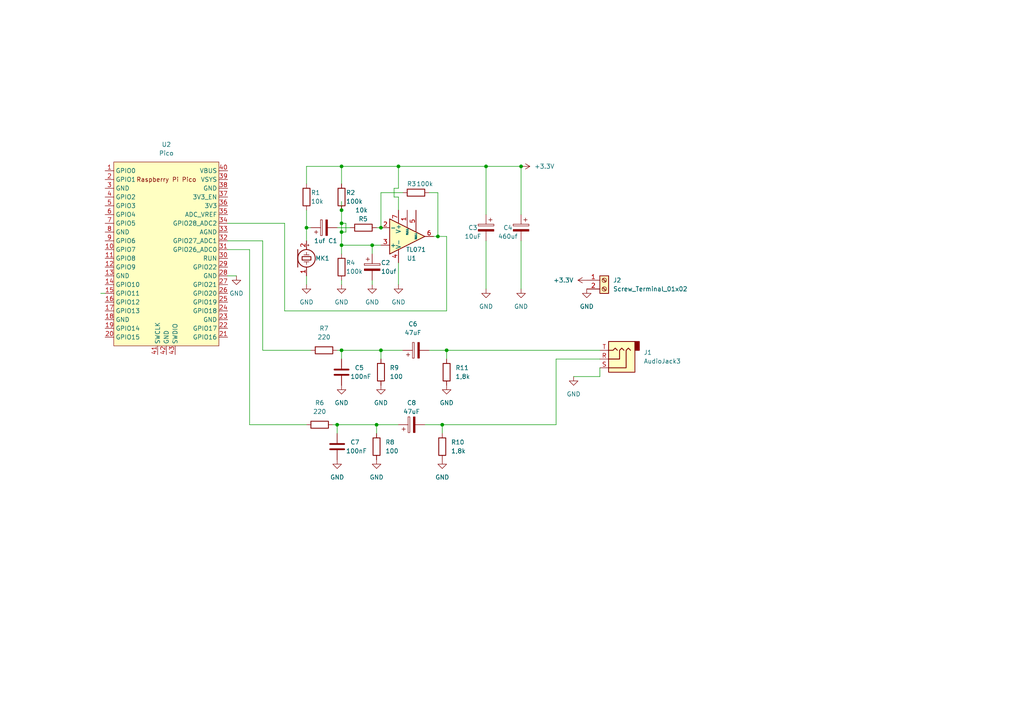
<source format=kicad_sch>
(kicad_sch (version 20230121) (generator eeschema)

  (uuid 22f1df6f-bdc6-492e-85a1-056c64eb0901)

  (paper "A4")

  (lib_symbols
    (symbol "Amplifier_Operational:TL071" (pin_names (offset 0.127)) (in_bom yes) (on_board yes)
      (property "Reference" "U1" (at 8.89 4.1909 0)
        (effects (font (size 1.27 1.27)))
      )
      (property "Value" "TL071" (at 8.89 1.6509 0)
        (effects (font (size 1.27 1.27)))
      )
      (property "Footprint" "" (at 1.27 1.27 0)
        (effects (font (size 1.27 1.27)) hide)
      )
      (property "Datasheet" "http://www.ti.com/lit/ds/symlink/tl071.pdf" (at 3.81 3.81 0)
        (effects (font (size 1.27 1.27)) hide)
      )
      (property "ki_keywords" "singel opamp" (at 0 0 0)
        (effects (font (size 1.27 1.27)) hide)
      )
      (property "ki_description" "Single Low-Noise JFET-Input Operational Amplifiers, DIP-8/SOIC-8" (at 0 0 0)
        (effects (font (size 1.27 1.27)) hide)
      )
      (property "ki_fp_filters" "SOIC*3.9x4.9mm*P1.27mm* DIP*W7.62mm* TSSOP*3x3mm*P0.65mm*" (at 0 0 0)
        (effects (font (size 1.27 1.27)) hide)
      )
      (symbol "TL071_0_1"
        (polyline
          (pts
            (xy -5.08 5.08)
            (xy 5.08 0)
            (xy -5.08 -5.08)
            (xy -5.08 5.08)
          )
          (stroke (width 0.254) (type default))
          (fill (type background))
        )
      )
      (symbol "TL071_1_1"
        (pin input line (at 0 -7.62 90) (length 5.08)
          (name "NULL" (effects (font (size 0.508 0.508))))
          (number "1" (effects (font (size 1.27 1.27))))
        )
        (pin input line (at -7.62 -2.54 0) (length 2.54)
          (name "-" (effects (font (size 1.27 1.27))))
          (number "2" (effects (font (size 1.27 1.27))))
        )
        (pin input line (at -7.62 2.54 0) (length 2.54)
          (name "+" (effects (font (size 1.27 1.27))))
          (number "3" (effects (font (size 1.27 1.27))))
        )
        (pin power_in line (at -2.54 7.62 270) (length 3.81)
          (name "V-" (effects (font (size 1.27 1.27))))
          (number "4" (effects (font (size 1.27 1.27))))
        )
        (pin input line (at 2.54 -7.62 90) (length 6.35)
          (name "NULL" (effects (font (size 0.508 0.508))))
          (number "5" (effects (font (size 1.27 1.27))))
        )
        (pin output line (at 7.62 0 180) (length 2.54)
          (name "~" (effects (font (size 1.27 1.27))))
          (number "6" (effects (font (size 1.27 1.27))))
        )
        (pin power_in line (at -2.54 -7.62 90) (length 3.81)
          (name "V+" (effects (font (size 1.27 1.27))))
          (number "7" (effects (font (size 1.27 1.27))))
        )
        (pin no_connect line (at 0 2.54 270) (length 2.54) hide
          (name "NC" (effects (font (size 1.27 1.27))))
          (number "8" (effects (font (size 1.27 1.27))))
        )
      )
    )
    (symbol "Connector:Screw_Terminal_01x02" (pin_names (offset 1.016) hide) (in_bom yes) (on_board yes)
      (property "Reference" "J" (at 0 2.54 0)
        (effects (font (size 1.27 1.27)))
      )
      (property "Value" "Screw_Terminal_01x02" (at 0 -5.08 0)
        (effects (font (size 1.27 1.27)))
      )
      (property "Footprint" "" (at 0 0 0)
        (effects (font (size 1.27 1.27)) hide)
      )
      (property "Datasheet" "~" (at 0 0 0)
        (effects (font (size 1.27 1.27)) hide)
      )
      (property "ki_keywords" "screw terminal" (at 0 0 0)
        (effects (font (size 1.27 1.27)) hide)
      )
      (property "ki_description" "Generic screw terminal, single row, 01x02, script generated (kicad-library-utils/schlib/autogen/connector/)" (at 0 0 0)
        (effects (font (size 1.27 1.27)) hide)
      )
      (property "ki_fp_filters" "TerminalBlock*:*" (at 0 0 0)
        (effects (font (size 1.27 1.27)) hide)
      )
      (symbol "Screw_Terminal_01x02_1_1"
        (rectangle (start -1.27 1.27) (end 1.27 -3.81)
          (stroke (width 0.254) (type default))
          (fill (type background))
        )
        (circle (center 0 -2.54) (radius 0.635)
          (stroke (width 0.1524) (type default))
          (fill (type none))
        )
        (polyline
          (pts
            (xy -0.5334 -2.2098)
            (xy 0.3302 -3.048)
          )
          (stroke (width 0.1524) (type default))
          (fill (type none))
        )
        (polyline
          (pts
            (xy -0.5334 0.3302)
            (xy 0.3302 -0.508)
          )
          (stroke (width 0.1524) (type default))
          (fill (type none))
        )
        (polyline
          (pts
            (xy -0.3556 -2.032)
            (xy 0.508 -2.8702)
          )
          (stroke (width 0.1524) (type default))
          (fill (type none))
        )
        (polyline
          (pts
            (xy -0.3556 0.508)
            (xy 0.508 -0.3302)
          )
          (stroke (width 0.1524) (type default))
          (fill (type none))
        )
        (circle (center 0 0) (radius 0.635)
          (stroke (width 0.1524) (type default))
          (fill (type none))
        )
        (pin passive line (at -5.08 0 0) (length 3.81)
          (name "Pin_1" (effects (font (size 1.27 1.27))))
          (number "1" (effects (font (size 1.27 1.27))))
        )
        (pin passive line (at -5.08 -2.54 0) (length 3.81)
          (name "Pin_2" (effects (font (size 1.27 1.27))))
          (number "2" (effects (font (size 1.27 1.27))))
        )
      )
    )
    (symbol "Connector_Audio:AudioJack3" (in_bom yes) (on_board yes)
      (property "Reference" "J" (at 0 8.89 0)
        (effects (font (size 1.27 1.27)))
      )
      (property "Value" "AudioJack3" (at 0 6.35 0)
        (effects (font (size 1.27 1.27)))
      )
      (property "Footprint" "" (at 0 0 0)
        (effects (font (size 1.27 1.27)) hide)
      )
      (property "Datasheet" "~" (at 0 0 0)
        (effects (font (size 1.27 1.27)) hide)
      )
      (property "ki_keywords" "audio jack receptacle stereo headphones phones TRS connector" (at 0 0 0)
        (effects (font (size 1.27 1.27)) hide)
      )
      (property "ki_description" "Audio Jack, 3 Poles (Stereo / TRS)" (at 0 0 0)
        (effects (font (size 1.27 1.27)) hide)
      )
      (property "ki_fp_filters" "Jack*" (at 0 0 0)
        (effects (font (size 1.27 1.27)) hide)
      )
      (symbol "AudioJack3_0_1"
        (rectangle (start -5.08 -5.08) (end -6.35 -2.54)
          (stroke (width 0.254) (type default))
          (fill (type outline))
        )
        (polyline
          (pts
            (xy 0 -2.54)
            (xy 0.635 -3.175)
            (xy 1.27 -2.54)
            (xy 2.54 -2.54)
          )
          (stroke (width 0.254) (type default))
          (fill (type none))
        )
        (polyline
          (pts
            (xy -1.905 -2.54)
            (xy -1.27 -3.175)
            (xy -0.635 -2.54)
            (xy -0.635 0)
            (xy 2.54 0)
          )
          (stroke (width 0.254) (type default))
          (fill (type none))
        )
        (polyline
          (pts
            (xy 2.54 2.54)
            (xy -2.54 2.54)
            (xy -2.54 -2.54)
            (xy -3.175 -3.175)
            (xy -3.81 -2.54)
          )
          (stroke (width 0.254) (type default))
          (fill (type none))
        )
        (rectangle (start 2.54 3.81) (end -5.08 -5.08)
          (stroke (width 0.254) (type default))
          (fill (type background))
        )
      )
      (symbol "AudioJack3_1_1"
        (pin passive line (at 5.08 0 180) (length 2.54)
          (name "~" (effects (font (size 1.27 1.27))))
          (number "R" (effects (font (size 1.27 1.27))))
        )
        (pin passive line (at 5.08 2.54 180) (length 2.54)
          (name "~" (effects (font (size 1.27 1.27))))
          (number "S" (effects (font (size 1.27 1.27))))
        )
        (pin passive line (at 5.08 -2.54 180) (length 2.54)
          (name "~" (effects (font (size 1.27 1.27))))
          (number "T" (effects (font (size 1.27 1.27))))
        )
      )
    )
    (symbol "Device:C" (pin_numbers hide) (pin_names (offset 0.254)) (in_bom yes) (on_board yes)
      (property "Reference" "C" (at 0.635 2.54 0)
        (effects (font (size 1.27 1.27)) (justify left))
      )
      (property "Value" "C" (at 0.635 -2.54 0)
        (effects (font (size 1.27 1.27)) (justify left))
      )
      (property "Footprint" "" (at 0.9652 -3.81 0)
        (effects (font (size 1.27 1.27)) hide)
      )
      (property "Datasheet" "~" (at 0 0 0)
        (effects (font (size 1.27 1.27)) hide)
      )
      (property "ki_keywords" "cap capacitor" (at 0 0 0)
        (effects (font (size 1.27 1.27)) hide)
      )
      (property "ki_description" "Unpolarized capacitor" (at 0 0 0)
        (effects (font (size 1.27 1.27)) hide)
      )
      (property "ki_fp_filters" "C_*" (at 0 0 0)
        (effects (font (size 1.27 1.27)) hide)
      )
      (symbol "C_0_1"
        (polyline
          (pts
            (xy -2.032 -0.762)
            (xy 2.032 -0.762)
          )
          (stroke (width 0.508) (type default))
          (fill (type none))
        )
        (polyline
          (pts
            (xy -2.032 0.762)
            (xy 2.032 0.762)
          )
          (stroke (width 0.508) (type default))
          (fill (type none))
        )
      )
      (symbol "C_1_1"
        (pin passive line (at 0 3.81 270) (length 2.794)
          (name "~" (effects (font (size 1.27 1.27))))
          (number "1" (effects (font (size 1.27 1.27))))
        )
        (pin passive line (at 0 -3.81 90) (length 2.794)
          (name "~" (effects (font (size 1.27 1.27))))
          (number "2" (effects (font (size 1.27 1.27))))
        )
      )
    )
    (symbol "Device:C_Polarized" (pin_numbers hide) (pin_names (offset 0.254)) (in_bom yes) (on_board yes)
      (property "Reference" "C" (at 0.635 2.54 0)
        (effects (font (size 1.27 1.27)) (justify left))
      )
      (property "Value" "C_Polarized" (at 0.635 -2.54 0)
        (effects (font (size 1.27 1.27)) (justify left))
      )
      (property "Footprint" "" (at 0.9652 -3.81 0)
        (effects (font (size 1.27 1.27)) hide)
      )
      (property "Datasheet" "~" (at 0 0 0)
        (effects (font (size 1.27 1.27)) hide)
      )
      (property "ki_keywords" "cap capacitor" (at 0 0 0)
        (effects (font (size 1.27 1.27)) hide)
      )
      (property "ki_description" "Polarized capacitor" (at 0 0 0)
        (effects (font (size 1.27 1.27)) hide)
      )
      (property "ki_fp_filters" "CP_*" (at 0 0 0)
        (effects (font (size 1.27 1.27)) hide)
      )
      (symbol "C_Polarized_0_1"
        (rectangle (start -2.286 0.508) (end 2.286 1.016)
          (stroke (width 0) (type default))
          (fill (type none))
        )
        (polyline
          (pts
            (xy -1.778 2.286)
            (xy -0.762 2.286)
          )
          (stroke (width 0) (type default))
          (fill (type none))
        )
        (polyline
          (pts
            (xy -1.27 2.794)
            (xy -1.27 1.778)
          )
          (stroke (width 0) (type default))
          (fill (type none))
        )
        (rectangle (start 2.286 -0.508) (end -2.286 -1.016)
          (stroke (width 0) (type default))
          (fill (type outline))
        )
      )
      (symbol "C_Polarized_1_1"
        (pin passive line (at 0 3.81 270) (length 2.794)
          (name "~" (effects (font (size 1.27 1.27))))
          (number "1" (effects (font (size 1.27 1.27))))
        )
        (pin passive line (at 0 -3.81 90) (length 2.794)
          (name "~" (effects (font (size 1.27 1.27))))
          (number "2" (effects (font (size 1.27 1.27))))
        )
      )
    )
    (symbol "Device:Microphone_Crystal" (pin_names (offset 0.0254) hide) (in_bom yes) (on_board yes)
      (property "Reference" "MK" (at -3.81 1.143 0)
        (effects (font (size 1.27 1.27)) (justify right))
      )
      (property "Value" "Microphone_Crystal" (at -3.81 -0.762 0)
        (effects (font (size 1.27 1.27)) (justify right))
      )
      (property "Footprint" "" (at 1.27 -1.778 90)
        (effects (font (size 1.27 1.27)) (justify left) hide)
      )
      (property "Datasheet" "~" (at 0 2.54 90)
        (effects (font (size 1.27 1.27)) hide)
      )
      (property "ki_keywords" "microphone crystal" (at 0 0 0)
        (effects (font (size 1.27 1.27)) hide)
      )
      (property "ki_description" "Crystal microphone" (at 0 0 0)
        (effects (font (size 1.27 1.27)) hide)
      )
      (symbol "Microphone_Crystal_0_1"
        (rectangle (start -1.27 0.508) (end 1.27 -0.508)
          (stroke (width 0.254) (type default))
          (fill (type none))
        )
        (polyline
          (pts
            (xy -2.54 2.54)
            (xy -2.54 -2.54)
          )
          (stroke (width 0.254) (type default))
          (fill (type none))
        )
        (polyline
          (pts
            (xy -0.762 -1.016)
            (xy 0.762 -1.016)
          )
          (stroke (width 0) (type default))
          (fill (type none))
        )
        (polyline
          (pts
            (xy -0.762 1.016)
            (xy 0.762 1.016)
          )
          (stroke (width 0) (type default))
          (fill (type none))
        )
        (polyline
          (pts
            (xy 0 -1.016)
            (xy 0 -1.778)
          )
          (stroke (width 0) (type default))
          (fill (type none))
        )
        (polyline
          (pts
            (xy 0 1.016)
            (xy 0 1.778)
          )
          (stroke (width 0) (type default))
          (fill (type none))
        )
        (polyline
          (pts
            (xy 0.254 3.81)
            (xy 0.762 3.81)
          )
          (stroke (width 0) (type default))
          (fill (type none))
        )
        (polyline
          (pts
            (xy 0.508 4.064)
            (xy 0.508 3.556)
          )
          (stroke (width 0) (type default))
          (fill (type none))
        )
        (circle (center 0 0) (radius 2.54)
          (stroke (width 0.254) (type default))
          (fill (type none))
        )
      )
      (symbol "Microphone_Crystal_1_1"
        (pin passive line (at 0 -5.08 90) (length 2.54)
          (name "-" (effects (font (size 1.27 1.27))))
          (number "1" (effects (font (size 1.27 1.27))))
        )
        (pin passive line (at 0 5.08 270) (length 2.54)
          (name "+" (effects (font (size 1.27 1.27))))
          (number "2" (effects (font (size 1.27 1.27))))
        )
      )
    )
    (symbol "Device:R" (pin_numbers hide) (pin_names (offset 0)) (in_bom yes) (on_board yes)
      (property "Reference" "R" (at 2.032 0 90)
        (effects (font (size 1.27 1.27)))
      )
      (property "Value" "R" (at 0 0 90)
        (effects (font (size 1.27 1.27)))
      )
      (property "Footprint" "" (at -1.778 0 90)
        (effects (font (size 1.27 1.27)) hide)
      )
      (property "Datasheet" "~" (at 0 0 0)
        (effects (font (size 1.27 1.27)) hide)
      )
      (property "ki_keywords" "R res resistor" (at 0 0 0)
        (effects (font (size 1.27 1.27)) hide)
      )
      (property "ki_description" "Resistor" (at 0 0 0)
        (effects (font (size 1.27 1.27)) hide)
      )
      (property "ki_fp_filters" "R_*" (at 0 0 0)
        (effects (font (size 1.27 1.27)) hide)
      )
      (symbol "R_0_1"
        (rectangle (start -1.016 -2.54) (end 1.016 2.54)
          (stroke (width 0.254) (type default))
          (fill (type none))
        )
      )
      (symbol "R_1_1"
        (pin passive line (at 0 3.81 270) (length 1.27)
          (name "~" (effects (font (size 1.27 1.27))))
          (number "1" (effects (font (size 1.27 1.27))))
        )
        (pin passive line (at 0 -3.81 90) (length 1.27)
          (name "~" (effects (font (size 1.27 1.27))))
          (number "2" (effects (font (size 1.27 1.27))))
        )
      )
    )
    (symbol "MCU_RaspberryPi_and_Boards:Pico" (in_bom yes) (on_board yes)
      (property "Reference" "U" (at -13.97 27.94 0)
        (effects (font (size 1.27 1.27)))
      )
      (property "Value" "Pico" (at 0 19.05 0)
        (effects (font (size 1.27 1.27)))
      )
      (property "Footprint" "RPi_Pico:RPi_Pico_SMD_TH" (at 0 0 90)
        (effects (font (size 1.27 1.27)) hide)
      )
      (property "Datasheet" "" (at 0 0 0)
        (effects (font (size 1.27 1.27)) hide)
      )
      (symbol "Pico_0_0"
        (text "Raspberry Pi Pico" (at 0 21.59 0)
          (effects (font (size 1.27 1.27)))
        )
      )
      (symbol "Pico_0_1"
        (rectangle (start -15.24 26.67) (end 15.24 -26.67)
          (stroke (width 0) (type default))
          (fill (type background))
        )
      )
      (symbol "Pico_1_1"
        (pin bidirectional line (at -17.78 24.13 0) (length 2.54)
          (name "GPIO0" (effects (font (size 1.27 1.27))))
          (number "1" (effects (font (size 1.27 1.27))))
        )
        (pin bidirectional line (at -17.78 1.27 0) (length 2.54)
          (name "GPIO7" (effects (font (size 1.27 1.27))))
          (number "10" (effects (font (size 1.27 1.27))))
        )
        (pin bidirectional line (at -17.78 -1.27 0) (length 2.54)
          (name "GPIO8" (effects (font (size 1.27 1.27))))
          (number "11" (effects (font (size 1.27 1.27))))
        )
        (pin bidirectional line (at -17.78 -3.81 0) (length 2.54)
          (name "GPIO9" (effects (font (size 1.27 1.27))))
          (number "12" (effects (font (size 1.27 1.27))))
        )
        (pin power_in line (at -17.78 -6.35 0) (length 2.54)
          (name "GND" (effects (font (size 1.27 1.27))))
          (number "13" (effects (font (size 1.27 1.27))))
        )
        (pin bidirectional line (at -17.78 -8.89 0) (length 2.54)
          (name "GPIO10" (effects (font (size 1.27 1.27))))
          (number "14" (effects (font (size 1.27 1.27))))
        )
        (pin bidirectional line (at -17.78 -11.43 0) (length 2.54)
          (name "GPIO11" (effects (font (size 1.27 1.27))))
          (number "15" (effects (font (size 1.27 1.27))))
        )
        (pin bidirectional line (at -17.78 -13.97 0) (length 2.54)
          (name "GPIO12" (effects (font (size 1.27 1.27))))
          (number "16" (effects (font (size 1.27 1.27))))
        )
        (pin bidirectional line (at -17.78 -16.51 0) (length 2.54)
          (name "GPIO13" (effects (font (size 1.27 1.27))))
          (number "17" (effects (font (size 1.27 1.27))))
        )
        (pin power_in line (at -17.78 -19.05 0) (length 2.54)
          (name "GND" (effects (font (size 1.27 1.27))))
          (number "18" (effects (font (size 1.27 1.27))))
        )
        (pin bidirectional line (at -17.78 -21.59 0) (length 2.54)
          (name "GPIO14" (effects (font (size 1.27 1.27))))
          (number "19" (effects (font (size 1.27 1.27))))
        )
        (pin bidirectional line (at -17.78 21.59 0) (length 2.54)
          (name "GPIO1" (effects (font (size 1.27 1.27))))
          (number "2" (effects (font (size 1.27 1.27))))
        )
        (pin bidirectional line (at -17.78 -24.13 0) (length 2.54)
          (name "GPIO15" (effects (font (size 1.27 1.27))))
          (number "20" (effects (font (size 1.27 1.27))))
        )
        (pin bidirectional line (at 17.78 -24.13 180) (length 2.54)
          (name "GPIO16" (effects (font (size 1.27 1.27))))
          (number "21" (effects (font (size 1.27 1.27))))
        )
        (pin bidirectional line (at 17.78 -21.59 180) (length 2.54)
          (name "GPIO17" (effects (font (size 1.27 1.27))))
          (number "22" (effects (font (size 1.27 1.27))))
        )
        (pin power_in line (at 17.78 -19.05 180) (length 2.54)
          (name "GND" (effects (font (size 1.27 1.27))))
          (number "23" (effects (font (size 1.27 1.27))))
        )
        (pin bidirectional line (at 17.78 -16.51 180) (length 2.54)
          (name "GPIO18" (effects (font (size 1.27 1.27))))
          (number "24" (effects (font (size 1.27 1.27))))
        )
        (pin bidirectional line (at 17.78 -13.97 180) (length 2.54)
          (name "GPIO19" (effects (font (size 1.27 1.27))))
          (number "25" (effects (font (size 1.27 1.27))))
        )
        (pin bidirectional line (at 17.78 -11.43 180) (length 2.54)
          (name "GPIO20" (effects (font (size 1.27 1.27))))
          (number "26" (effects (font (size 1.27 1.27))))
        )
        (pin bidirectional line (at 17.78 -8.89 180) (length 2.54)
          (name "GPIO21" (effects (font (size 1.27 1.27))))
          (number "27" (effects (font (size 1.27 1.27))))
        )
        (pin power_in line (at 17.78 -6.35 180) (length 2.54)
          (name "GND" (effects (font (size 1.27 1.27))))
          (number "28" (effects (font (size 1.27 1.27))))
        )
        (pin bidirectional line (at 17.78 -3.81 180) (length 2.54)
          (name "GPIO22" (effects (font (size 1.27 1.27))))
          (number "29" (effects (font (size 1.27 1.27))))
        )
        (pin power_in line (at -17.78 19.05 0) (length 2.54)
          (name "GND" (effects (font (size 1.27 1.27))))
          (number "3" (effects (font (size 1.27 1.27))))
        )
        (pin input line (at 17.78 -1.27 180) (length 2.54)
          (name "RUN" (effects (font (size 1.27 1.27))))
          (number "30" (effects (font (size 1.27 1.27))))
        )
        (pin bidirectional line (at 17.78 1.27 180) (length 2.54)
          (name "GPIO26_ADC0" (effects (font (size 1.27 1.27))))
          (number "31" (effects (font (size 1.27 1.27))))
        )
        (pin bidirectional line (at 17.78 3.81 180) (length 2.54)
          (name "GPIO27_ADC1" (effects (font (size 1.27 1.27))))
          (number "32" (effects (font (size 1.27 1.27))))
        )
        (pin power_in line (at 17.78 6.35 180) (length 2.54)
          (name "AGND" (effects (font (size 1.27 1.27))))
          (number "33" (effects (font (size 1.27 1.27))))
        )
        (pin bidirectional line (at 17.78 8.89 180) (length 2.54)
          (name "GPIO28_ADC2" (effects (font (size 1.27 1.27))))
          (number "34" (effects (font (size 1.27 1.27))))
        )
        (pin power_in line (at 17.78 11.43 180) (length 2.54)
          (name "ADC_VREF" (effects (font (size 1.27 1.27))))
          (number "35" (effects (font (size 1.27 1.27))))
        )
        (pin power_in line (at 17.78 13.97 180) (length 2.54)
          (name "3V3" (effects (font (size 1.27 1.27))))
          (number "36" (effects (font (size 1.27 1.27))))
        )
        (pin input line (at 17.78 16.51 180) (length 2.54)
          (name "3V3_EN" (effects (font (size 1.27 1.27))))
          (number "37" (effects (font (size 1.27 1.27))))
        )
        (pin bidirectional line (at 17.78 19.05 180) (length 2.54)
          (name "GND" (effects (font (size 1.27 1.27))))
          (number "38" (effects (font (size 1.27 1.27))))
        )
        (pin power_in line (at 17.78 21.59 180) (length 2.54)
          (name "VSYS" (effects (font (size 1.27 1.27))))
          (number "39" (effects (font (size 1.27 1.27))))
        )
        (pin bidirectional line (at -17.78 16.51 0) (length 2.54)
          (name "GPIO2" (effects (font (size 1.27 1.27))))
          (number "4" (effects (font (size 1.27 1.27))))
        )
        (pin power_in line (at 17.78 24.13 180) (length 2.54)
          (name "VBUS" (effects (font (size 1.27 1.27))))
          (number "40" (effects (font (size 1.27 1.27))))
        )
        (pin input line (at -2.54 -29.21 90) (length 2.54)
          (name "SWCLK" (effects (font (size 1.27 1.27))))
          (number "41" (effects (font (size 1.27 1.27))))
        )
        (pin power_in line (at 0 -29.21 90) (length 2.54)
          (name "GND" (effects (font (size 1.27 1.27))))
          (number "42" (effects (font (size 1.27 1.27))))
        )
        (pin bidirectional line (at 2.54 -29.21 90) (length 2.54)
          (name "SWDIO" (effects (font (size 1.27 1.27))))
          (number "43" (effects (font (size 1.27 1.27))))
        )
        (pin bidirectional line (at -17.78 13.97 0) (length 2.54)
          (name "GPIO3" (effects (font (size 1.27 1.27))))
          (number "5" (effects (font (size 1.27 1.27))))
        )
        (pin bidirectional line (at -17.78 11.43 0) (length 2.54)
          (name "GPIO4" (effects (font (size 1.27 1.27))))
          (number "6" (effects (font (size 1.27 1.27))))
        )
        (pin bidirectional line (at -17.78 8.89 0) (length 2.54)
          (name "GPIO5" (effects (font (size 1.27 1.27))))
          (number "7" (effects (font (size 1.27 1.27))))
        )
        (pin power_in line (at -17.78 6.35 0) (length 2.54)
          (name "GND" (effects (font (size 1.27 1.27))))
          (number "8" (effects (font (size 1.27 1.27))))
        )
        (pin bidirectional line (at -17.78 3.81 0) (length 2.54)
          (name "GPIO6" (effects (font (size 1.27 1.27))))
          (number "9" (effects (font (size 1.27 1.27))))
        )
      )
    )
    (symbol "power:+3.3V" (power) (pin_names (offset 0)) (in_bom yes) (on_board yes)
      (property "Reference" "#PWR" (at 0 -3.81 0)
        (effects (font (size 1.27 1.27)) hide)
      )
      (property "Value" "+3.3V" (at 0 3.556 0)
        (effects (font (size 1.27 1.27)))
      )
      (property "Footprint" "" (at 0 0 0)
        (effects (font (size 1.27 1.27)) hide)
      )
      (property "Datasheet" "" (at 0 0 0)
        (effects (font (size 1.27 1.27)) hide)
      )
      (property "ki_keywords" "global power" (at 0 0 0)
        (effects (font (size 1.27 1.27)) hide)
      )
      (property "ki_description" "Power symbol creates a global label with name \"+3.3V\"" (at 0 0 0)
        (effects (font (size 1.27 1.27)) hide)
      )
      (symbol "+3.3V_0_1"
        (polyline
          (pts
            (xy -0.762 1.27)
            (xy 0 2.54)
          )
          (stroke (width 0) (type default))
          (fill (type none))
        )
        (polyline
          (pts
            (xy 0 0)
            (xy 0 2.54)
          )
          (stroke (width 0) (type default))
          (fill (type none))
        )
        (polyline
          (pts
            (xy 0 2.54)
            (xy 0.762 1.27)
          )
          (stroke (width 0) (type default))
          (fill (type none))
        )
      )
      (symbol "+3.3V_1_1"
        (pin power_in line (at 0 0 90) (length 0) hide
          (name "+3.3V" (effects (font (size 1.27 1.27))))
          (number "1" (effects (font (size 1.27 1.27))))
        )
      )
    )
    (symbol "power:GND" (power) (pin_names (offset 0)) (in_bom yes) (on_board yes)
      (property "Reference" "#PWR" (at 0 -6.35 0)
        (effects (font (size 1.27 1.27)) hide)
      )
      (property "Value" "GND" (at 0 -3.81 0)
        (effects (font (size 1.27 1.27)))
      )
      (property "Footprint" "" (at 0 0 0)
        (effects (font (size 1.27 1.27)) hide)
      )
      (property "Datasheet" "" (at 0 0 0)
        (effects (font (size 1.27 1.27)) hide)
      )
      (property "ki_keywords" "global power" (at 0 0 0)
        (effects (font (size 1.27 1.27)) hide)
      )
      (property "ki_description" "Power symbol creates a global label with name \"GND\" , ground" (at 0 0 0)
        (effects (font (size 1.27 1.27)) hide)
      )
      (symbol "GND_0_1"
        (polyline
          (pts
            (xy 0 0)
            (xy 0 -1.27)
            (xy 1.27 -1.27)
            (xy 0 -2.54)
            (xy -1.27 -1.27)
            (xy 0 -1.27)
          )
          (stroke (width 0) (type default))
          (fill (type none))
        )
      )
      (symbol "GND_1_1"
        (pin power_in line (at 0 0 270) (length 0) hide
          (name "GND" (effects (font (size 1.27 1.27))))
          (number "1" (effects (font (size 1.27 1.27))))
        )
      )
    )
  )

  (junction (at 107.95 71.12) (diameter 0) (color 0 0 0 0)
    (uuid 0bb5c179-3e2e-4af9-be1a-98a81b0ebb07)
  )
  (junction (at 115.57 48.26) (diameter 0) (color 0 0 0 0)
    (uuid 41a25c12-7305-4a93-8262-fd73386d79bb)
  )
  (junction (at 110.49 101.6) (diameter 0) (color 0 0 0 0)
    (uuid 41cc1d3f-bdfe-4dc9-b9c2-5a8f54e1fa44)
  )
  (junction (at 99.06 67.31) (diameter 0) (color 0 0 0 0)
    (uuid 74559538-730f-44b1-8e4f-b0a20b07b278)
  )
  (junction (at 151.13 48.26) (diameter 0) (color 0 0 0 0)
    (uuid 955908e0-8e34-490f-bbf1-31641e3bf2dc)
  )
  (junction (at 127 68.58) (diameter 0) (color 0 0 0 0)
    (uuid a26ebe0d-a56e-4901-936e-3baa80392820)
  )
  (junction (at 140.97 48.26) (diameter 0) (color 0 0 0 0)
    (uuid ab54ec9d-b475-4458-9812-5283d956e656)
  )
  (junction (at 128.27 123.19) (diameter 0) (color 0 0 0 0)
    (uuid b8e6b518-0829-4372-af2a-fddf703881b2)
  )
  (junction (at 99.06 101.6) (diameter 0) (color 0 0 0 0)
    (uuid bbe9ea7e-e418-43c6-9ba5-be16ed15103c)
  )
  (junction (at 99.06 60.96) (diameter 0) (color 0 0 0 0)
    (uuid c4767c02-20fa-42bf-bfb1-c99ab3e70461)
  )
  (junction (at 110.49 66.04) (diameter 0) (color 0 0 0 0)
    (uuid d995ca01-05ef-4003-951d-430305eca7aa)
  )
  (junction (at 99.06 48.26) (diameter 0) (color 0 0 0 0)
    (uuid ded89715-938b-4b91-ba1e-9ed04dbd2d81)
  )
  (junction (at 97.79 123.19) (diameter 0) (color 0 0 0 0)
    (uuid df36be7f-80e5-496a-af72-a7112a21c75e)
  )
  (junction (at 88.9 66.04) (diameter 0) (color 0 0 0 0)
    (uuid ea2097a1-1b23-4484-9724-1eea1bc3f848)
  )
  (junction (at 99.06 64.77) (diameter 0) (color 0 0 0 0)
    (uuid ea9dd712-bea6-4aff-8e08-a0bf6c2b0172)
  )
  (junction (at 129.54 101.6) (diameter 0) (color 0 0 0 0)
    (uuid eb9f6725-08c4-40a6-b85c-90bbe4d629cf)
  )
  (junction (at 109.22 123.19) (diameter 0) (color 0 0 0 0)
    (uuid f6bf0fcd-4f84-457e-a446-72d7bcd1198b)
  )
  (junction (at 99.06 71.12) (diameter 0) (color 0 0 0 0)
    (uuid ff468769-d6fa-471e-8847-e1be811157c9)
  )

  (wire (pts (xy 66.04 72.39) (xy 72.39 72.39))
    (stroke (width 0) (type default))
    (uuid 00e7284c-3987-4d39-842f-541fbc7200c1)
  )
  (wire (pts (xy 88.9 66.04) (xy 88.9 69.85))
    (stroke (width 0) (type default))
    (uuid 047defca-7544-4aee-8508-de968e4fbba5)
  )
  (wire (pts (xy 99.06 71.12) (xy 99.06 67.31))
    (stroke (width 0) (type default))
    (uuid 0644f78c-b39b-493f-a126-c78cde4cb1a0)
  )
  (wire (pts (xy 99.06 60.96) (xy 99.06 64.77))
    (stroke (width 0) (type default))
    (uuid 0793c107-c26d-4c89-8f3b-94d583988a31)
  )
  (wire (pts (xy 66.04 69.85) (xy 76.2 69.85))
    (stroke (width 0) (type default))
    (uuid 1b9994e4-b34f-43fa-81d1-d9067b6fa487)
  )
  (wire (pts (xy 99.06 71.12) (xy 99.06 73.66))
    (stroke (width 0) (type default))
    (uuid 1de672f6-0998-4222-a7e7-df2066c92a42)
  )
  (wire (pts (xy 127 68.58) (xy 125.73 68.58))
    (stroke (width 0) (type default))
    (uuid 20056ee5-c93b-4496-adde-838df9495450)
  )
  (wire (pts (xy 100.33 64.77) (xy 99.06 64.77))
    (stroke (width 0) (type default))
    (uuid 20319cc4-b271-4d90-97a8-8302930263e6)
  )
  (wire (pts (xy 140.97 48.26) (xy 151.13 48.26))
    (stroke (width 0) (type default))
    (uuid 2702842c-4c97-4969-b594-f2e91a8b2eaf)
  )
  (wire (pts (xy 161.29 104.14) (xy 161.29 123.19))
    (stroke (width 0) (type default))
    (uuid 296ec3a2-dca4-4605-8c09-dded50c72380)
  )
  (wire (pts (xy 107.95 81.28) (xy 107.95 82.55))
    (stroke (width 0) (type default))
    (uuid 2af05b2e-049f-4688-811e-4d92271f1061)
  )
  (wire (pts (xy 99.06 101.6) (xy 99.06 104.14))
    (stroke (width 0) (type default))
    (uuid 2c70d31d-fe9b-4204-a976-543e8a325086)
  )
  (wire (pts (xy 100.33 67.31) (xy 100.33 64.77))
    (stroke (width 0) (type default))
    (uuid 2f39b6eb-2c1a-4379-9c24-e25783a3ec0b)
  )
  (wire (pts (xy 129.54 68.58) (xy 127 68.58))
    (stroke (width 0) (type default))
    (uuid 2f6a6925-e8de-44b8-a3fe-2614991a97b7)
  )
  (wire (pts (xy 97.79 101.6) (xy 99.06 101.6))
    (stroke (width 0) (type default))
    (uuid 3801f45f-a22d-4124-9d4f-f320575bd663)
  )
  (wire (pts (xy 128.27 123.19) (xy 161.29 123.19))
    (stroke (width 0) (type default))
    (uuid 38a666c4-8660-43ad-b9d4-eaa6e383ed1e)
  )
  (wire (pts (xy 173.99 104.14) (xy 161.29 104.14))
    (stroke (width 0) (type default))
    (uuid 3d11e401-96e8-4d40-b620-d7e2e0bcb341)
  )
  (wire (pts (xy 97.79 123.19) (xy 109.22 123.19))
    (stroke (width 0) (type default))
    (uuid 3eeec6af-9446-4da1-8984-beba046521e1)
  )
  (wire (pts (xy 124.46 101.6) (xy 129.54 101.6))
    (stroke (width 0) (type default))
    (uuid 41b997f6-f6c4-45e1-af2b-16f2a8933e9a)
  )
  (wire (pts (xy 96.52 123.19) (xy 97.79 123.19))
    (stroke (width 0) (type default))
    (uuid 42f0fe1c-bd2e-486f-97c4-3af7d6b6e297)
  )
  (wire (pts (xy 99.06 67.31) (xy 100.33 67.31))
    (stroke (width 0) (type default))
    (uuid 44e8b896-886a-4aa0-a591-4fd90003a02e)
  )
  (wire (pts (xy 88.9 48.26) (xy 99.06 48.26))
    (stroke (width 0) (type default))
    (uuid 46d1a7cb-2743-47f0-834d-e2788816e1cb)
  )
  (wire (pts (xy 88.9 80.01) (xy 88.9 82.55))
    (stroke (width 0) (type default))
    (uuid 55276122-20bf-4775-8dcd-75d1ebb8908a)
  )
  (wire (pts (xy 115.57 76.2) (xy 115.57 82.55))
    (stroke (width 0) (type default))
    (uuid 59e91b13-954c-4792-8d6a-34a27deed227)
  )
  (wire (pts (xy 115.57 60.96) (xy 115.57 57.15))
    (stroke (width 0) (type default))
    (uuid 5e77e4bb-7c68-411b-adc1-4f9157618a3f)
  )
  (wire (pts (xy 99.06 48.26) (xy 99.06 53.34))
    (stroke (width 0) (type default))
    (uuid 621fd522-cd7f-486f-a171-229f0fd07ac1)
  )
  (wire (pts (xy 114.3 57.15) (xy 114.3 54.61))
    (stroke (width 0) (type default))
    (uuid 659fdab9-6f75-495a-bde3-91f77d713d42)
  )
  (wire (pts (xy 109.22 123.19) (xy 109.22 125.73))
    (stroke (width 0) (type default))
    (uuid 683825ee-d2ec-41ee-8384-02bb995e5c98)
  )
  (wire (pts (xy 129.54 101.6) (xy 173.99 101.6))
    (stroke (width 0) (type default))
    (uuid 73947de4-64e9-4052-986b-f667580d4731)
  )
  (wire (pts (xy 107.95 71.12) (xy 110.49 71.12))
    (stroke (width 0) (type default))
    (uuid 75d5f800-912a-4733-b3bc-640b2f6f211e)
  )
  (wire (pts (xy 66.04 80.01) (xy 68.58 80.01))
    (stroke (width 0) (type default))
    (uuid 75e275b7-1a27-4924-80fa-e3b6cfebd206)
  )
  (wire (pts (xy 140.97 69.85) (xy 140.97 83.82))
    (stroke (width 0) (type default))
    (uuid 77fedfe7-75db-4e5a-b39a-2eab0e798649)
  )
  (wire (pts (xy 109.22 123.19) (xy 115.57 123.19))
    (stroke (width 0) (type default))
    (uuid 789c6677-615a-47b6-9ff8-36e530cfb2ca)
  )
  (wire (pts (xy 173.99 109.22) (xy 166.37 109.22))
    (stroke (width 0) (type default))
    (uuid 81b216e1-7fab-4f3a-a35e-b4955c7bed1f)
  )
  (wire (pts (xy 128.27 123.19) (xy 128.27 125.73))
    (stroke (width 0) (type default))
    (uuid 81df8663-26a7-4da5-ba7c-6006499d0e3a)
  )
  (wire (pts (xy 140.97 48.26) (xy 140.97 62.23))
    (stroke (width 0) (type default))
    (uuid 84e99520-8b80-4e1d-93a3-2ce479e60264)
  )
  (wire (pts (xy 123.19 123.19) (xy 128.27 123.19))
    (stroke (width 0) (type default))
    (uuid 87b22989-ca6b-4acd-bc22-5142b7353f89)
  )
  (wire (pts (xy 114.3 54.61) (xy 115.57 54.61))
    (stroke (width 0) (type default))
    (uuid a0fd8452-13a5-49e5-b988-e7569daeb38e)
  )
  (wire (pts (xy 82.55 90.17) (xy 129.54 90.17))
    (stroke (width 0) (type default))
    (uuid a4787116-9c33-44a2-9141-e06f2f7b6d7a)
  )
  (wire (pts (xy 82.55 90.17) (xy 82.55 64.77))
    (stroke (width 0) (type default))
    (uuid a490dc9a-c4b7-4c40-bac3-d3936a5496fc)
  )
  (wire (pts (xy 109.22 66.04) (xy 110.49 66.04))
    (stroke (width 0) (type default))
    (uuid a59c0ab9-a484-4be6-b351-e6517b083f84)
  )
  (wire (pts (xy 129.54 90.17) (xy 129.54 68.58))
    (stroke (width 0) (type default))
    (uuid a6178834-a70f-4cba-a527-a1354c1c42d7)
  )
  (wire (pts (xy 97.79 123.19) (xy 97.79 125.73))
    (stroke (width 0) (type default))
    (uuid a7a5e982-0175-4b21-be46-d78489a7b540)
  )
  (wire (pts (xy 76.2 69.85) (xy 76.2 101.6))
    (stroke (width 0) (type default))
    (uuid ac67b4d7-e300-4744-affc-a610cee7faac)
  )
  (wire (pts (xy 29.21 85.09) (xy 30.48 85.09))
    (stroke (width 0) (type default))
    (uuid af6aac5d-b459-40aa-8172-a1c286409fd0)
  )
  (wire (pts (xy 110.49 101.6) (xy 116.84 101.6))
    (stroke (width 0) (type default))
    (uuid b1f4dabd-d3a2-4eea-b2da-aff9d0e98763)
  )
  (wire (pts (xy 124.46 55.88) (xy 127 55.88))
    (stroke (width 0) (type default))
    (uuid b30404f2-8e00-4050-a3c5-c8db01084276)
  )
  (wire (pts (xy 115.57 57.15) (xy 114.3 57.15))
    (stroke (width 0) (type default))
    (uuid b8b2da85-4848-4f50-b25f-93addfdf31c1)
  )
  (wire (pts (xy 99.06 101.6) (xy 110.49 101.6))
    (stroke (width 0) (type default))
    (uuid b97d77db-e475-482c-86b5-ccd1144b9378)
  )
  (wire (pts (xy 110.49 101.6) (xy 110.49 104.14))
    (stroke (width 0) (type default))
    (uuid b9964542-0090-4aa5-833b-e812bbc831b3)
  )
  (wire (pts (xy 173.99 109.22) (xy 173.99 106.68))
    (stroke (width 0) (type default))
    (uuid b9cdb4df-c9f4-4230-b3bb-c5dfc1692c95)
  )
  (wire (pts (xy 99.06 81.28) (xy 99.06 82.55))
    (stroke (width 0) (type default))
    (uuid bb8f2fc8-cf20-4b21-a995-016c91f5cfd1)
  )
  (wire (pts (xy 97.79 66.04) (xy 101.6 66.04))
    (stroke (width 0) (type default))
    (uuid bd5de393-fb0b-461b-b311-5f48ddcea9b2)
  )
  (wire (pts (xy 82.55 64.77) (xy 66.04 64.77))
    (stroke (width 0) (type default))
    (uuid bff6eb47-4372-4305-898a-0c0b3caef801)
  )
  (wire (pts (xy 99.06 58.42) (xy 99.06 60.96))
    (stroke (width 0) (type default))
    (uuid c0594521-b1b3-4fbc-8183-bf2b1df1d503)
  )
  (wire (pts (xy 88.9 53.34) (xy 88.9 48.26))
    (stroke (width 0) (type default))
    (uuid c87ede2d-070d-4f15-94ff-9ce56ef15979)
  )
  (wire (pts (xy 88.9 66.04) (xy 88.9 60.96))
    (stroke (width 0) (type default))
    (uuid cceed18f-fb9a-4da8-8744-ecd78a16286a)
  )
  (wire (pts (xy 107.95 71.12) (xy 107.95 73.66))
    (stroke (width 0) (type default))
    (uuid d2e4cc60-875c-4c91-8dbf-35bbe26bf160)
  )
  (wire (pts (xy 115.57 54.61) (xy 115.57 48.26))
    (stroke (width 0) (type default))
    (uuid e1e79ea8-2ca7-41be-9c6f-fb4d8c2871e6)
  )
  (wire (pts (xy 72.39 123.19) (xy 88.9 123.19))
    (stroke (width 0) (type default))
    (uuid e6ad0d86-c793-4e6d-9a7d-2e40d60e7573)
  )
  (wire (pts (xy 110.49 55.88) (xy 110.49 66.04))
    (stroke (width 0) (type default))
    (uuid e791ee72-8579-4752-987b-8717a410e8c3)
  )
  (wire (pts (xy 99.06 48.26) (xy 115.57 48.26))
    (stroke (width 0) (type default))
    (uuid e91a23e7-f66e-4135-965c-a7f6b37ceb9e)
  )
  (wire (pts (xy 76.2 101.6) (xy 90.17 101.6))
    (stroke (width 0) (type default))
    (uuid edb8ed87-f3f9-45e4-a45a-cc6bc920e93a)
  )
  (wire (pts (xy 127 55.88) (xy 127 68.58))
    (stroke (width 0) (type default))
    (uuid ee39e5be-9daf-4e09-9562-07c8b8daede1)
  )
  (wire (pts (xy 151.13 69.85) (xy 151.13 83.82))
    (stroke (width 0) (type default))
    (uuid ee7363df-a2ea-465e-a4a5-29b637c7f4e8)
  )
  (wire (pts (xy 116.84 55.88) (xy 110.49 55.88))
    (stroke (width 0) (type default))
    (uuid efe74d67-bd62-4408-8d11-845a9787ac83)
  )
  (wire (pts (xy 151.13 48.26) (xy 151.13 62.23))
    (stroke (width 0) (type default))
    (uuid eff72ec5-9d92-43df-be44-8aed102c017d)
  )
  (wire (pts (xy 90.17 66.04) (xy 88.9 66.04))
    (stroke (width 0) (type default))
    (uuid f0135678-ea0f-4050-a63d-b39725a2e432)
  )
  (wire (pts (xy 99.06 71.12) (xy 107.95 71.12))
    (stroke (width 0) (type default))
    (uuid f01bb75b-26af-4d06-9eb6-e9c7735e0ca7)
  )
  (wire (pts (xy 99.06 64.77) (xy 99.06 67.31))
    (stroke (width 0) (type default))
    (uuid f4f1b124-f9fe-4cb6-9723-3b57036a7004)
  )
  (wire (pts (xy 129.54 101.6) (xy 129.54 104.14))
    (stroke (width 0) (type default))
    (uuid f95ee783-4f5d-4e81-bc8a-d0f6776844f0)
  )
  (wire (pts (xy 72.39 72.39) (xy 72.39 123.19))
    (stroke (width 0) (type default))
    (uuid fb0833cc-e8dc-48ae-a045-04c8840b482d)
  )
  (wire (pts (xy 115.57 48.26) (xy 140.97 48.26))
    (stroke (width 0) (type default))
    (uuid fe2e283c-ffff-4ab9-87a0-7664f6354605)
  )

  (symbol (lib_id "power:GND") (at 109.22 133.35 0) (unit 1)
    (in_bom yes) (on_board yes) (dnp no) (fields_autoplaced)
    (uuid 045d3020-38c5-41bf-93b1-18f131ebc7cb)
    (property "Reference" "#PWR06" (at 109.22 139.7 0)
      (effects (font (size 1.27 1.27)) hide)
    )
    (property "Value" "GND" (at 109.22 138.43 0)
      (effects (font (size 1.27 1.27)))
    )
    (property "Footprint" "" (at 109.22 133.35 0)
      (effects (font (size 1.27 1.27)) hide)
    )
    (property "Datasheet" "" (at 109.22 133.35 0)
      (effects (font (size 1.27 1.27)) hide)
    )
    (pin "1" (uuid 55b018b6-0d45-47f1-b54f-c17eb85b0d0c))
    (instances
      (project "pwm-audio"
        (path "/1cfc79ae-eef8-430d-8d02-011953b6594d"
          (reference "#PWR06") (unit 1)
        )
      )
      (project "mother"
        (path "/22f1df6f-bdc6-492e-85a1-056c64eb0901"
          (reference "#PWR010") (unit 1)
        )
      )
    )
  )

  (symbol (lib_id "Device:R") (at 99.06 57.15 0) (unit 1)
    (in_bom yes) (on_board yes) (dnp no)
    (uuid 1a1f38a2-8f9b-42d0-910c-11ff3d7377ab)
    (property "Reference" "R2" (at 100.33 55.88 0)
      (effects (font (size 1.27 1.27)) (justify left))
    )
    (property "Value" "100k" (at 100.33 58.42 0)
      (effects (font (size 1.27 1.27)) (justify left))
    )
    (property "Footprint" "Resistor_THT:R_Axial_DIN0309_L9.0mm_D3.2mm_P15.24mm_Horizontal" (at 97.282 57.15 90)
      (effects (font (size 1.27 1.27)) hide)
    )
    (property "Datasheet" "~" (at 99.06 57.15 0)
      (effects (font (size 1.27 1.27)) hide)
    )
    (pin "1" (uuid 83bce097-9014-4b57-a1a9-8ae4b536d194))
    (pin "2" (uuid abea22a9-92d4-4ddc-b782-33ccd7adbb6c))
    (instances
      (project "mother"
        (path "/22f1df6f-bdc6-492e-85a1-056c64eb0901"
          (reference "R2") (unit 1)
        )
      )
    )
  )

  (symbol (lib_id "power:GND") (at 170.18 83.82 0) (unit 1)
    (in_bom yes) (on_board yes) (dnp no) (fields_autoplaced)
    (uuid 1e1a6164-5ec4-4f8b-a5c4-31bc8754199c)
    (property "Reference" "#PWR017" (at 170.18 90.17 0)
      (effects (font (size 1.27 1.27)) hide)
    )
    (property "Value" "GND" (at 170.18 88.9 0)
      (effects (font (size 1.27 1.27)))
    )
    (property "Footprint" "" (at 170.18 83.82 0)
      (effects (font (size 1.27 1.27)) hide)
    )
    (property "Datasheet" "" (at 170.18 83.82 0)
      (effects (font (size 1.27 1.27)) hide)
    )
    (pin "1" (uuid d384d7cc-168d-4417-9ffa-e0f7c3f9f7b3))
    (instances
      (project "mother"
        (path "/22f1df6f-bdc6-492e-85a1-056c64eb0901"
          (reference "#PWR017") (unit 1)
        )
      )
    )
  )

  (symbol (lib_id "Connector_Audio:AudioJack3") (at 179.07 104.14 180) (unit 1)
    (in_bom yes) (on_board yes) (dnp no) (fields_autoplaced)
    (uuid 20140e43-3d31-4171-81ca-1165d68a3182)
    (property "Reference" "J1" (at 186.69 102.235 0)
      (effects (font (size 1.27 1.27)) (justify right))
    )
    (property "Value" "AudioJack3" (at 186.69 104.775 0)
      (effects (font (size 1.27 1.27)) (justify right))
    )
    (property "Footprint" "Connector_Audio:Jack_3.5mm_CUI_SJ1-3523N_Horizontal" (at 179.07 104.14 0)
      (effects (font (size 1.27 1.27)) hide)
    )
    (property "Datasheet" "~" (at 179.07 104.14 0)
      (effects (font (size 1.27 1.27)) hide)
    )
    (pin "R" (uuid 85691291-f3e5-4dbf-a2dd-5449da918036))
    (pin "S" (uuid 5721d8d2-542b-4bfc-8ae6-c2f1901bd4d1))
    (pin "T" (uuid 42e0221b-d2e9-430f-8a63-3188234d1802))
    (instances
      (project "pwm-audio"
        (path "/1cfc79ae-eef8-430d-8d02-011953b6594d"
          (reference "J1") (unit 1)
        )
      )
      (project "mother"
        (path "/22f1df6f-bdc6-492e-85a1-056c64eb0901"
          (reference "J1") (unit 1)
        )
      )
    )
  )

  (symbol (lib_id "Connector:Screw_Terminal_01x02") (at 175.26 81.28 0) (unit 1)
    (in_bom yes) (on_board yes) (dnp no) (fields_autoplaced)
    (uuid 2e3974ef-efdd-488e-99d0-f098cbca887e)
    (property "Reference" "J2" (at 177.8 81.28 0)
      (effects (font (size 1.27 1.27)) (justify left))
    )
    (property "Value" "Screw_Terminal_01x02" (at 177.8 83.82 0)
      (effects (font (size 1.27 1.27)) (justify left))
    )
    (property "Footprint" "TerminalBlock:TerminalBlock_Altech_AK300-2_P5.00mm" (at 175.26 81.28 0)
      (effects (font (size 1.27 1.27)) hide)
    )
    (property "Datasheet" "~" (at 175.26 81.28 0)
      (effects (font (size 1.27 1.27)) hide)
    )
    (pin "1" (uuid c78c62d6-1be3-4a04-a26b-f49a21fc68eb))
    (pin "2" (uuid ff04a10c-c36b-4f14-bc79-a2cc792b9ef4))
    (instances
      (project "mother"
        (path "/22f1df6f-bdc6-492e-85a1-056c64eb0901"
          (reference "J2") (unit 1)
        )
      )
    )
  )

  (symbol (lib_id "Device:C") (at 99.06 107.95 0) (unit 1)
    (in_bom yes) (on_board yes) (dnp no)
    (uuid 2f16eb08-a02e-4983-8202-39b5057f5399)
    (property "Reference" "C1" (at 102.87 106.68 0)
      (effects (font (size 1.27 1.27)) (justify left))
    )
    (property "Value" "100nF" (at 101.6 109.22 0)
      (effects (font (size 1.27 1.27)) (justify left))
    )
    (property "Footprint" "Capacitor_THT:CP_Radial_Tantal_D8.0mm_P5.00mm" (at 100.0252 111.76 0)
      (effects (font (size 1.27 1.27)) hide)
    )
    (property "Datasheet" "~" (at 99.06 107.95 0)
      (effects (font (size 1.27 1.27)) hide)
    )
    (pin "1" (uuid 0ebece4c-1732-4b19-b421-2ef35f35e9f0))
    (pin "2" (uuid 61de6343-0ac7-4779-a676-d5e2761d1e0b))
    (instances
      (project "pwm-audio"
        (path "/1cfc79ae-eef8-430d-8d02-011953b6594d"
          (reference "C1") (unit 1)
        )
      )
      (project "mother"
        (path "/22f1df6f-bdc6-492e-85a1-056c64eb0901"
          (reference "C5") (unit 1)
        )
      )
    )
  )

  (symbol (lib_id "power:GND") (at 110.49 111.76 0) (unit 1)
    (in_bom yes) (on_board yes) (dnp no)
    (uuid 30f28f85-9aa2-48af-9b34-f1d963de66e3)
    (property "Reference" "#PWR02" (at 110.49 118.11 0)
      (effects (font (size 1.27 1.27)) hide)
    )
    (property "Value" "GND" (at 110.49 116.84 0)
      (effects (font (size 1.27 1.27)))
    )
    (property "Footprint" "" (at 110.49 111.76 0)
      (effects (font (size 1.27 1.27)) hide)
    )
    (property "Datasheet" "" (at 110.49 111.76 0)
      (effects (font (size 1.27 1.27)) hide)
    )
    (pin "1" (uuid 8c31ed6e-d6b1-45e1-a960-ad80524757a0))
    (instances
      (project "pwm-audio"
        (path "/1cfc79ae-eef8-430d-8d02-011953b6594d"
          (reference "#PWR02") (unit 1)
        )
      )
      (project "mother"
        (path "/22f1df6f-bdc6-492e-85a1-056c64eb0901"
          (reference "#PWR011") (unit 1)
        )
      )
    )
  )

  (symbol (lib_id "Device:R") (at 129.54 107.95 180) (unit 1)
    (in_bom yes) (on_board yes) (dnp no) (fields_autoplaced)
    (uuid 37ef77ac-6785-43f3-b02d-8f621330fd8c)
    (property "Reference" "R3" (at 132.08 106.68 0)
      (effects (font (size 1.27 1.27)) (justify right))
    )
    (property "Value" "1,8k" (at 132.08 109.22 0)
      (effects (font (size 1.27 1.27)) (justify right))
    )
    (property "Footprint" "Resistor_THT:R_Axial_DIN0309_L9.0mm_D3.2mm_P15.24mm_Horizontal" (at 131.318 107.95 90)
      (effects (font (size 1.27 1.27)) hide)
    )
    (property "Datasheet" "~" (at 129.54 107.95 0)
      (effects (font (size 1.27 1.27)) hide)
    )
    (pin "1" (uuid 6bfceff7-7708-4d5f-80b8-1f8d12fe5864))
    (pin "2" (uuid f0b1f625-e3e1-4eb9-970a-a774f6f16ccf))
    (instances
      (project "pwm-audio"
        (path "/1cfc79ae-eef8-430d-8d02-011953b6594d"
          (reference "R3") (unit 1)
        )
      )
      (project "mother"
        (path "/22f1df6f-bdc6-492e-85a1-056c64eb0901"
          (reference "R11") (unit 1)
        )
      )
    )
  )

  (symbol (lib_id "Device:R") (at 120.65 55.88 90) (unit 1)
    (in_bom yes) (on_board yes) (dnp no)
    (uuid 3880e8a6-e137-436e-85c7-ceb072b7ebe2)
    (property "Reference" "R3" (at 119.38 53.34 90)
      (effects (font (size 1.27 1.27)))
    )
    (property "Value" "100k" (at 123.19 53.34 90)
      (effects (font (size 1.27 1.27)))
    )
    (property "Footprint" "Resistor_THT:R_Axial_DIN0309_L9.0mm_D3.2mm_P15.24mm_Horizontal" (at 120.65 57.658 90)
      (effects (font (size 1.27 1.27)) hide)
    )
    (property "Datasheet" "~" (at 120.65 55.88 0)
      (effects (font (size 1.27 1.27)) hide)
    )
    (pin "1" (uuid 828db9bb-8f07-4117-af4c-5ca2ad2f1a4a))
    (pin "2" (uuid c7924748-69ad-4ef0-befa-34a8f360faac))
    (instances
      (project "mother"
        (path "/22f1df6f-bdc6-492e-85a1-056c64eb0901"
          (reference "R3") (unit 1)
        )
      )
    )
  )

  (symbol (lib_id "power:GND") (at 151.13 83.82 0) (unit 1)
    (in_bom yes) (on_board yes) (dnp no) (fields_autoplaced)
    (uuid 3a01a0e5-ce82-4ec1-bbe4-3487f5206b96)
    (property "Reference" "#PWR08" (at 151.13 90.17 0)
      (effects (font (size 1.27 1.27)) hide)
    )
    (property "Value" "GND" (at 151.13 88.9 0)
      (effects (font (size 1.27 1.27)))
    )
    (property "Footprint" "" (at 151.13 83.82 0)
      (effects (font (size 1.27 1.27)) hide)
    )
    (property "Datasheet" "" (at 151.13 83.82 0)
      (effects (font (size 1.27 1.27)) hide)
    )
    (pin "1" (uuid f6627d3e-a73f-478c-881b-a9e2352e684d))
    (instances
      (project "mother"
        (path "/22f1df6f-bdc6-492e-85a1-056c64eb0901"
          (reference "#PWR08") (unit 1)
        )
      )
    )
  )

  (symbol (lib_id "power:+3.3V") (at 170.18 81.28 90) (unit 1)
    (in_bom yes) (on_board yes) (dnp no) (fields_autoplaced)
    (uuid 3ba2f1ce-7afb-421c-84ab-dc83d1ccf4dd)
    (property "Reference" "#PWR016" (at 173.99 81.28 0)
      (effects (font (size 1.27 1.27)) hide)
    )
    (property "Value" "+3.3V" (at 166.37 81.28 90)
      (effects (font (size 1.27 1.27)) (justify left))
    )
    (property "Footprint" "" (at 170.18 81.28 0)
      (effects (font (size 1.27 1.27)) hide)
    )
    (property "Datasheet" "" (at 170.18 81.28 0)
      (effects (font (size 1.27 1.27)) hide)
    )
    (pin "1" (uuid 96f0e9b5-9b59-4d4d-a810-e2a20be982e6))
    (instances
      (project "mother"
        (path "/22f1df6f-bdc6-492e-85a1-056c64eb0901"
          (reference "#PWR016") (unit 1)
        )
      )
    )
  )

  (symbol (lib_id "Device:C_Polarized") (at 93.98 66.04 90) (unit 1)
    (in_bom yes) (on_board yes) (dnp no)
    (uuid 3f3b0fd0-6618-4bd0-b135-3cf79c6670fe)
    (property "Reference" "C1" (at 96.52 69.85 90)
      (effects (font (size 1.27 1.27)))
    )
    (property "Value" "1uf" (at 92.71 69.85 90)
      (effects (font (size 1.27 1.27)))
    )
    (property "Footprint" "Capacitor_THT:CP_Radial_D8.0mm_P5.00mm" (at 97.79 65.0748 0)
      (effects (font (size 1.27 1.27)) hide)
    )
    (property "Datasheet" "~" (at 93.98 66.04 0)
      (effects (font (size 1.27 1.27)) hide)
    )
    (pin "1" (uuid 3c8f546d-d8af-4dfd-88a4-6369997914ed))
    (pin "2" (uuid 8b476613-d7ff-42da-822a-7d40d588af68))
    (instances
      (project "mother"
        (path "/22f1df6f-bdc6-492e-85a1-056c64eb0901"
          (reference "C1") (unit 1)
        )
      )
    )
  )

  (symbol (lib_id "Device:C_Polarized") (at 107.95 77.47 0) (unit 1)
    (in_bom yes) (on_board yes) (dnp no)
    (uuid 4af5bd70-0ef3-492a-85db-d138eac1f8d2)
    (property "Reference" "C2" (at 110.49 76.2 0)
      (effects (font (size 1.27 1.27)) (justify left))
    )
    (property "Value" "10uf" (at 110.49 78.74 0)
      (effects (font (size 1.27 1.27)) (justify left))
    )
    (property "Footprint" "Capacitor_THT:CP_Radial_D8.0mm_P5.00mm" (at 108.9152 81.28 0)
      (effects (font (size 1.27 1.27)) hide)
    )
    (property "Datasheet" "~" (at 107.95 77.47 0)
      (effects (font (size 1.27 1.27)) hide)
    )
    (pin "1" (uuid 913c74fe-4927-4770-a395-b40aa2d1f1b2))
    (pin "2" (uuid 0b6b657a-904c-40e9-acc7-bed82eee1807))
    (instances
      (project "mother"
        (path "/22f1df6f-bdc6-492e-85a1-056c64eb0901"
          (reference "C2") (unit 1)
        )
      )
    )
  )

  (symbol (lib_id "power:GND") (at 128.27 133.35 0) (unit 1)
    (in_bom yes) (on_board yes) (dnp no) (fields_autoplaced)
    (uuid 4b3e3879-a45a-431c-917f-8c49715298e9)
    (property "Reference" "#PWR07" (at 128.27 139.7 0)
      (effects (font (size 1.27 1.27)) hide)
    )
    (property "Value" "GND" (at 128.27 138.43 0)
      (effects (font (size 1.27 1.27)))
    )
    (property "Footprint" "" (at 128.27 133.35 0)
      (effects (font (size 1.27 1.27)) hide)
    )
    (property "Datasheet" "" (at 128.27 133.35 0)
      (effects (font (size 1.27 1.27)) hide)
    )
    (pin "1" (uuid 4130d31f-6eaa-47eb-b17e-de82426db66d))
    (instances
      (project "pwm-audio"
        (path "/1cfc79ae-eef8-430d-8d02-011953b6594d"
          (reference "#PWR07") (unit 1)
        )
      )
      (project "mother"
        (path "/22f1df6f-bdc6-492e-85a1-056c64eb0901"
          (reference "#PWR012") (unit 1)
        )
      )
    )
  )

  (symbol (lib_id "power:+3.3V") (at 151.13 48.26 270) (unit 1)
    (in_bom yes) (on_board yes) (dnp no) (fields_autoplaced)
    (uuid 4c8c8e91-9f87-4467-94b3-0fe924dd4abe)
    (property "Reference" "#PWR06" (at 147.32 48.26 0)
      (effects (font (size 1.27 1.27)) hide)
    )
    (property "Value" "+3.3V" (at 154.94 48.26 90)
      (effects (font (size 1.27 1.27)) (justify left))
    )
    (property "Footprint" "" (at 151.13 48.26 0)
      (effects (font (size 1.27 1.27)) hide)
    )
    (property "Datasheet" "" (at 151.13 48.26 0)
      (effects (font (size 1.27 1.27)) hide)
    )
    (pin "1" (uuid 8a51d5cb-8f06-4b57-b34d-4af629a1d0cb))
    (instances
      (project "mother"
        (path "/22f1df6f-bdc6-492e-85a1-056c64eb0901"
          (reference "#PWR06") (unit 1)
        )
      )
    )
  )

  (symbol (lib_id "Device:C_Polarized") (at 120.65 101.6 90) (unit 1)
    (in_bom yes) (on_board yes) (dnp no) (fields_autoplaced)
    (uuid 575dfb5a-37a3-451c-ab9a-06828c187e34)
    (property "Reference" "C2" (at 119.761 93.98 90)
      (effects (font (size 1.27 1.27)))
    )
    (property "Value" "47uF" (at 119.761 96.52 90)
      (effects (font (size 1.27 1.27)))
    )
    (property "Footprint" "Capacitor_THT:CP_Radial_D8.0mm_P5.00mm" (at 124.46 100.6348 0)
      (effects (font (size 1.27 1.27)) hide)
    )
    (property "Datasheet" "~" (at 120.65 101.6 0)
      (effects (font (size 1.27 1.27)) hide)
    )
    (pin "1" (uuid 867d575b-7001-4909-8479-a3d56292c777))
    (pin "2" (uuid e71d4c11-85c8-4a1c-8f9e-92157c1807f3))
    (instances
      (project "pwm-audio"
        (path "/1cfc79ae-eef8-430d-8d02-011953b6594d"
          (reference "C2") (unit 1)
        )
      )
      (project "mother"
        (path "/22f1df6f-bdc6-492e-85a1-056c64eb0901"
          (reference "C6") (unit 1)
        )
      )
    )
  )

  (symbol (lib_id "Device:R") (at 93.98 101.6 90) (unit 1)
    (in_bom yes) (on_board yes) (dnp no) (fields_autoplaced)
    (uuid 5992d6b1-5d7f-4227-ad36-aa1cd6f8853c)
    (property "Reference" "R1" (at 93.98 95.25 90)
      (effects (font (size 1.27 1.27)))
    )
    (property "Value" "220" (at 93.98 97.79 90)
      (effects (font (size 1.27 1.27)))
    )
    (property "Footprint" "Resistor_THT:R_Axial_DIN0309_L9.0mm_D3.2mm_P15.24mm_Horizontal" (at 93.98 103.378 90)
      (effects (font (size 1.27 1.27)) hide)
    )
    (property "Datasheet" "~" (at 93.98 101.6 0)
      (effects (font (size 1.27 1.27)) hide)
    )
    (pin "1" (uuid 64ac1eaf-a40d-4cfe-8e30-4a2b6ad13943))
    (pin "2" (uuid 6fe26059-d18e-426a-a4f9-2a3e4da8954f))
    (instances
      (project "pwm-audio"
        (path "/1cfc79ae-eef8-430d-8d02-011953b6594d"
          (reference "R1") (unit 1)
        )
      )
      (project "mother"
        (path "/22f1df6f-bdc6-492e-85a1-056c64eb0901"
          (reference "R7") (unit 1)
        )
      )
    )
  )

  (symbol (lib_id "Amplifier_Operational:TL071") (at 118.11 68.58 0) (mirror x) (unit 1)
    (in_bom yes) (on_board yes) (dnp no)
    (uuid 626071a4-c9c9-47e7-a541-7bc6efa92453)
    (property "Reference" "U1" (at 119.38 74.93 0)
      (effects (font (size 1.27 1.27)))
    )
    (property "Value" "TL071" (at 120.65 72.39 0)
      (effects (font (size 1.27 1.27)))
    )
    (property "Footprint" "Package_DIP:DIP-8_W7.62mm" (at 119.38 69.85 0)
      (effects (font (size 1.27 1.27)) hide)
    )
    (property "Datasheet" "http://www.ti.com/lit/ds/symlink/tl071.pdf" (at 121.92 72.39 0)
      (effects (font (size 1.27 1.27)) hide)
    )
    (pin "1" (uuid fe93c366-6f0a-4892-b5b2-68c5d73e9f92))
    (pin "2" (uuid dc28d256-c3a2-433f-a84c-a4a8406fb541))
    (pin "3" (uuid bf8c8a9e-514f-42fd-88e9-d2b15b092ce4))
    (pin "4" (uuid fdc7101b-03b7-427c-b111-ea4c72e30022))
    (pin "5" (uuid fb75ae62-383a-4a38-91a1-441b41aa4363))
    (pin "6" (uuid 1820001a-cbf8-47b5-bd22-075c242baad7))
    (pin "7" (uuid e60f4c82-698c-44b6-9360-10f8e5631158))
    (pin "8" (uuid c5c8abbb-5f31-4308-9edf-ef332536b2fa))
    (instances
      (project "mother"
        (path "/22f1df6f-bdc6-492e-85a1-056c64eb0901"
          (reference "U1") (unit 1)
        )
      )
    )
  )

  (symbol (lib_id "Device:R") (at 105.41 66.04 90) (unit 1)
    (in_bom yes) (on_board yes) (dnp no)
    (uuid 64a6970c-1c19-4c35-ae86-28ec8ab65c51)
    (property "Reference" "R5" (at 106.68 63.5 90)
      (effects (font (size 1.27 1.27)) (justify left))
    )
    (property "Value" "10k" (at 106.68 60.96 90)
      (effects (font (size 1.27 1.27)) (justify left))
    )
    (property "Footprint" "Resistor_THT:R_Axial_DIN0309_L9.0mm_D3.2mm_P15.24mm_Horizontal" (at 105.41 67.818 90)
      (effects (font (size 1.27 1.27)) hide)
    )
    (property "Datasheet" "~" (at 105.41 66.04 0)
      (effects (font (size 1.27 1.27)) hide)
    )
    (pin "1" (uuid ea6424be-bc3f-4f20-b92b-719f93ef5315))
    (pin "2" (uuid fc0291be-9b2e-4adf-9d82-398c511d9bd1))
    (instances
      (project "mother"
        (path "/22f1df6f-bdc6-492e-85a1-056c64eb0901"
          (reference "R5") (unit 1)
        )
      )
    )
  )

  (symbol (lib_id "power:GND") (at 68.58 80.01 0) (unit 1)
    (in_bom yes) (on_board yes) (dnp no) (fields_autoplaced)
    (uuid 6576badd-8335-400e-8008-2f4811dbeff0)
    (property "Reference" "#PWR015" (at 68.58 86.36 0)
      (effects (font (size 1.27 1.27)) hide)
    )
    (property "Value" "GND" (at 68.58 85.09 0)
      (effects (font (size 1.27 1.27)))
    )
    (property "Footprint" "" (at 68.58 80.01 0)
      (effects (font (size 1.27 1.27)) hide)
    )
    (property "Datasheet" "" (at 68.58 80.01 0)
      (effects (font (size 1.27 1.27)) hide)
    )
    (pin "1" (uuid 5b850f6a-2a00-4225-9866-a9ecbe374a9c))
    (instances
      (project "mother"
        (path "/22f1df6f-bdc6-492e-85a1-056c64eb0901"
          (reference "#PWR015") (unit 1)
        )
      )
    )
  )

  (symbol (lib_id "Device:C") (at 97.79 129.54 0) (unit 1)
    (in_bom yes) (on_board yes) (dnp no)
    (uuid 6e209998-573e-433b-9cc0-5960044108a9)
    (property "Reference" "C3" (at 101.6 128.27 0)
      (effects (font (size 1.27 1.27)) (justify left))
    )
    (property "Value" "100nF" (at 100.33 130.81 0)
      (effects (font (size 1.27 1.27)) (justify left))
    )
    (property "Footprint" "Capacitor_THT:CP_Radial_Tantal_D8.0mm_P5.00mm" (at 98.7552 133.35 0)
      (effects (font (size 1.27 1.27)) hide)
    )
    (property "Datasheet" "~" (at 97.79 129.54 0)
      (effects (font (size 1.27 1.27)) hide)
    )
    (pin "1" (uuid 5d65f111-7c1a-4940-b9d4-2542713d127a))
    (pin "2" (uuid 0925c3de-e9df-4668-8da3-2ff8aac29bac))
    (instances
      (project "pwm-audio"
        (path "/1cfc79ae-eef8-430d-8d02-011953b6594d"
          (reference "C3") (unit 1)
        )
      )
      (project "mother"
        (path "/22f1df6f-bdc6-492e-85a1-056c64eb0901"
          (reference "C7") (unit 1)
        )
      )
    )
  )

  (symbol (lib_id "Device:C_Polarized") (at 119.38 123.19 90) (unit 1)
    (in_bom yes) (on_board yes) (dnp no)
    (uuid 6e5c5657-c37b-4567-a6d1-8dbef39ee107)
    (property "Reference" "C4" (at 119.38 116.84 90)
      (effects (font (size 1.27 1.27)))
    )
    (property "Value" "47uF" (at 119.38 119.38 90)
      (effects (font (size 1.27 1.27)))
    )
    (property "Footprint" "Capacitor_THT:CP_Radial_D8.0mm_P5.00mm" (at 123.19 122.2248 0)
      (effects (font (size 1.27 1.27)) hide)
    )
    (property "Datasheet" "~" (at 119.38 123.19 0)
      (effects (font (size 1.27 1.27)) hide)
    )
    (pin "1" (uuid 65841a3b-e5e1-43b5-833d-a600348d4b18))
    (pin "2" (uuid 0f2f18aa-fbd2-475f-b1d4-3eb99c63bec7))
    (instances
      (project "pwm-audio"
        (path "/1cfc79ae-eef8-430d-8d02-011953b6594d"
          (reference "C4") (unit 1)
        )
      )
      (project "mother"
        (path "/22f1df6f-bdc6-492e-85a1-056c64eb0901"
          (reference "C8") (unit 1)
        )
      )
    )
  )

  (symbol (lib_id "Device:Microphone_Crystal") (at 88.9 74.93 0) (unit 1)
    (in_bom yes) (on_board yes) (dnp no)
    (uuid 75e90f4f-9b60-4eaa-9040-dd3cd38ad3e5)
    (property "Reference" "MK1" (at 91.44 74.93 0)
      (effects (font (size 1.27 1.27)) (justify left))
    )
    (property "Value" "Microphone" (at 74.93 76.2 0)
      (effects (font (size 1.27 1.27)) (justify left) hide)
    )
    (property "Footprint" "Connector_PinHeader_2.54mm:PinHeader_1x02_P2.54mm_Vertical" (at 90.17 76.708 90)
      (effects (font (size 1.27 1.27)) (justify left) hide)
    )
    (property "Datasheet" "~" (at 88.9 72.39 90)
      (effects (font (size 1.27 1.27)) hide)
    )
    (pin "1" (uuid 0a64e316-7ead-4836-a627-520d5ddb755a))
    (pin "2" (uuid 7a616d1d-686a-4194-abf0-823030ca380d))
    (instances
      (project "mother"
        (path "/22f1df6f-bdc6-492e-85a1-056c64eb0901"
          (reference "MK1") (unit 1)
        )
      )
      (project "electret-microphone-amplifier"
        (path "/37420d20-fe87-4a47-bd12-b140584e9df6"
          (reference "MK1") (unit 1)
        )
      )
    )
  )

  (symbol (lib_id "Device:C_Polarized") (at 140.97 66.04 0) (mirror y) (unit 1)
    (in_bom yes) (on_board yes) (dnp no)
    (uuid 7b511d47-9b04-41ef-a689-57eed1182c72)
    (property "Reference" "C3" (at 137.16 66.04 0)
      (effects (font (size 1.27 1.27)))
    )
    (property "Value" "10uF" (at 137.16 68.58 0)
      (effects (font (size 1.27 1.27)))
    )
    (property "Footprint" "Capacitor_THT:CP_Radial_D8.0mm_P5.00mm" (at 140.0048 69.85 0)
      (effects (font (size 1.27 1.27)) hide)
    )
    (property "Datasheet" "~" (at 140.97 66.04 0)
      (effects (font (size 1.27 1.27)) hide)
    )
    (pin "1" (uuid f51a56c8-e6a0-44a5-94c2-da189763300f))
    (pin "2" (uuid 37384f27-0a44-48a4-96c9-30da20ed7118))
    (instances
      (project "mother"
        (path "/22f1df6f-bdc6-492e-85a1-056c64eb0901"
          (reference "C3") (unit 1)
        )
      )
    )
  )

  (symbol (lib_id "power:GND") (at 129.54 111.76 0) (unit 1)
    (in_bom yes) (on_board yes) (dnp no)
    (uuid 7b81eff6-76d4-4f50-ba9a-2052e4c21302)
    (property "Reference" "#PWR01" (at 129.54 118.11 0)
      (effects (font (size 1.27 1.27)) hide)
    )
    (property "Value" "GND" (at 129.54 116.84 0)
      (effects (font (size 1.27 1.27)))
    )
    (property "Footprint" "" (at 129.54 111.76 0)
      (effects (font (size 1.27 1.27)) hide)
    )
    (property "Datasheet" "" (at 129.54 111.76 0)
      (effects (font (size 1.27 1.27)) hide)
    )
    (pin "1" (uuid 5c37dc5c-21f6-4783-a8b9-2b3e1eda3310))
    (instances
      (project "pwm-audio"
        (path "/1cfc79ae-eef8-430d-8d02-011953b6594d"
          (reference "#PWR01") (unit 1)
        )
      )
      (project "mother"
        (path "/22f1df6f-bdc6-492e-85a1-056c64eb0901"
          (reference "#PWR013") (unit 1)
        )
      )
    )
  )

  (symbol (lib_id "power:GND") (at 99.06 82.55 0) (unit 1)
    (in_bom yes) (on_board yes) (dnp no) (fields_autoplaced)
    (uuid 8cf9c4ad-35a1-4680-8908-51d955a58f3e)
    (property "Reference" "#PWR03" (at 99.06 88.9 0)
      (effects (font (size 1.27 1.27)) hide)
    )
    (property "Value" "GND" (at 99.06 87.63 0)
      (effects (font (size 1.27 1.27)))
    )
    (property "Footprint" "" (at 99.06 82.55 0)
      (effects (font (size 1.27 1.27)) hide)
    )
    (property "Datasheet" "" (at 99.06 82.55 0)
      (effects (font (size 1.27 1.27)) hide)
    )
    (pin "1" (uuid 16fd7a01-1abb-4079-85d0-364d53fa7df7))
    (instances
      (project "mother"
        (path "/22f1df6f-bdc6-492e-85a1-056c64eb0901"
          (reference "#PWR03") (unit 1)
        )
      )
    )
  )

  (symbol (lib_id "Device:R") (at 128.27 129.54 180) (unit 1)
    (in_bom yes) (on_board yes) (dnp no) (fields_autoplaced)
    (uuid 8d971ae5-b118-4373-a429-fd3aad7d1ada)
    (property "Reference" "R6" (at 130.81 128.27 0)
      (effects (font (size 1.27 1.27)) (justify right))
    )
    (property "Value" "1,8k" (at 130.81 130.81 0)
      (effects (font (size 1.27 1.27)) (justify right))
    )
    (property "Footprint" "Resistor_THT:R_Axial_DIN0309_L9.0mm_D3.2mm_P15.24mm_Horizontal" (at 130.048 129.54 90)
      (effects (font (size 1.27 1.27)) hide)
    )
    (property "Datasheet" "~" (at 128.27 129.54 0)
      (effects (font (size 1.27 1.27)) hide)
    )
    (pin "1" (uuid 20913bb3-4eb9-4e2e-ada9-ccca08295e73))
    (pin "2" (uuid bbc7178c-eef8-47c3-bc41-6b80740cecae))
    (instances
      (project "pwm-audio"
        (path "/1cfc79ae-eef8-430d-8d02-011953b6594d"
          (reference "R6") (unit 1)
        )
      )
      (project "mother"
        (path "/22f1df6f-bdc6-492e-85a1-056c64eb0901"
          (reference "R10") (unit 1)
        )
      )
    )
  )

  (symbol (lib_id "MCU_RaspberryPi_and_Boards:Pico") (at 48.26 73.66 0) (unit 1)
    (in_bom yes) (on_board yes) (dnp no) (fields_autoplaced)
    (uuid 9a84556f-f9c4-4049-868f-85b44e111f6c)
    (property "Reference" "U2" (at 48.26 41.91 0)
      (effects (font (size 1.27 1.27)))
    )
    (property "Value" "Pico" (at 48.26 44.45 0)
      (effects (font (size 1.27 1.27)))
    )
    (property "Footprint" "MCU_RaspberryPi_and_Boards:RPi_Pico_SMD_TH" (at 48.26 73.66 90)
      (effects (font (size 1.27 1.27)) hide)
    )
    (property "Datasheet" "" (at 48.26 73.66 0)
      (effects (font (size 1.27 1.27)) hide)
    )
    (pin "1" (uuid 7b257bef-44a6-4916-bcb7-78b834f77348))
    (pin "10" (uuid e0d23693-6a02-4d37-8b7f-062c27e028c7))
    (pin "11" (uuid 62567de7-32c4-498b-ab84-616158f6b97a))
    (pin "12" (uuid 8f050839-f387-4a6d-a149-77d4814e5dde))
    (pin "13" (uuid ed0ba25c-2ad3-4ac7-b9ab-3bc6d41167d6))
    (pin "14" (uuid 21e7bfcd-7eff-4bbd-b18c-01c7396c42d6))
    (pin "15" (uuid 1573c644-5d32-439f-b6bd-850312074a1c))
    (pin "16" (uuid 9ccd24d5-b578-4426-927f-792eeed54a29))
    (pin "17" (uuid 8e48d346-65f4-43d7-8a49-a89c21a9903c))
    (pin "18" (uuid b5622b31-66b6-4ad4-b708-20df7875debb))
    (pin "19" (uuid d6d807df-dbf9-4bf8-942a-dda68d3bba6f))
    (pin "2" (uuid 09861b8d-5714-45b9-b4c3-b7e9307457e5))
    (pin "20" (uuid b67c3c58-00de-4e8e-85fb-58da6c0990ae))
    (pin "21" (uuid 16d64df4-f6f8-46a5-b3a1-afd84a25d570))
    (pin "22" (uuid bfb601a0-1e61-4480-bb35-20d43de169d4))
    (pin "23" (uuid 42b7176a-9690-46ff-a0b0-d42ffa56d2b9))
    (pin "24" (uuid ba04179d-cee2-43f9-bcc1-ec6a1bdc1b1f))
    (pin "25" (uuid a7cc19f6-c6ae-4ad3-ae9a-1582713dc8fe))
    (pin "26" (uuid a1cfea55-8896-4747-8f65-83d71c7402b8))
    (pin "27" (uuid 4e497a1d-2947-475a-9249-1e0e9a4820b3))
    (pin "28" (uuid 9a63f063-ece0-40a9-b752-3431f45dda30))
    (pin "29" (uuid 91cb05ac-7d5b-4f16-967a-0bb254d56bf8))
    (pin "3" (uuid 4e0d5623-fbd2-4c96-8cff-d4693bb0981f))
    (pin "30" (uuid 86ca6545-c342-4883-b64f-296106379999))
    (pin "31" (uuid ae769ea6-db39-4f82-8f3b-0467d0d56305))
    (pin "32" (uuid d61df2e5-7852-4459-9146-74940111a334))
    (pin "33" (uuid 60eb1e8f-1de1-422d-aac0-41a8d20a8f43))
    (pin "34" (uuid 44a43b84-5a3e-4ecd-a31d-76380b76d479))
    (pin "35" (uuid 56d704dc-d5d3-413a-8b5f-a6b9103a0d7b))
    (pin "36" (uuid 841d11d7-4cf1-4748-acc0-d9af5c7d5117))
    (pin "37" (uuid ec64ee58-9751-4bb9-89a3-6f9c83979353))
    (pin "38" (uuid f5c321be-6802-442b-b13f-e5740d79ca2a))
    (pin "39" (uuid 8a9daa93-17c0-4ef6-a51f-4208f5ee604b))
    (pin "4" (uuid 2fb3ad39-4634-46ef-9c1e-d80463dfa20c))
    (pin "40" (uuid 7157993a-75d5-4eff-be4f-dee828c52274))
    (pin "41" (uuid 64852bbc-3c88-4719-a5ee-926c0d11ce52))
    (pin "42" (uuid 1010d59f-a24c-43f3-829a-8b539d5042a5))
    (pin "43" (uuid bc23df01-47cb-4d7e-bc83-8f2582b65dce))
    (pin "5" (uuid 43c59b4e-ebd0-4da3-b764-1eb830f9368b))
    (pin "6" (uuid 03dc2f73-de88-40aa-b3e2-889fe909acba))
    (pin "7" (uuid dc8cbedc-da12-4834-af6a-fc74d5f5a233))
    (pin "8" (uuid 91bb843d-8176-4df2-be48-abddfd3c8857))
    (pin "9" (uuid 4b7370f2-db60-4288-ba4e-db1fe97a3ba3))
    (instances
      (project "mother"
        (path "/22f1df6f-bdc6-492e-85a1-056c64eb0901"
          (reference "U2") (unit 1)
        )
      )
    )
  )

  (symbol (lib_id "power:GND") (at 166.37 109.22 0) (unit 1)
    (in_bom yes) (on_board yes) (dnp no) (fields_autoplaced)
    (uuid a49eaf9b-f4bf-42f0-93d0-3e628da21763)
    (property "Reference" "#PWR04" (at 166.37 115.57 0)
      (effects (font (size 1.27 1.27)) hide)
    )
    (property "Value" "GND" (at 166.37 114.3 0)
      (effects (font (size 1.27 1.27)))
    )
    (property "Footprint" "" (at 166.37 109.22 0)
      (effects (font (size 1.27 1.27)) hide)
    )
    (property "Datasheet" "" (at 166.37 109.22 0)
      (effects (font (size 1.27 1.27)) hide)
    )
    (pin "1" (uuid 4458e8b8-d739-4d3a-aadb-de554d32572b))
    (instances
      (project "pwm-audio"
        (path "/1cfc79ae-eef8-430d-8d02-011953b6594d"
          (reference "#PWR04") (unit 1)
        )
      )
      (project "mother"
        (path "/22f1df6f-bdc6-492e-85a1-056c64eb0901"
          (reference "#PWR014") (unit 1)
        )
      )
    )
  )

  (symbol (lib_id "Device:C_Polarized") (at 151.13 66.04 0) (mirror y) (unit 1)
    (in_bom yes) (on_board yes) (dnp no)
    (uuid a68d458a-3836-4120-b715-282417284c31)
    (property "Reference" "C4" (at 147.32 66.04 0)
      (effects (font (size 1.27 1.27)))
    )
    (property "Value" "460uf" (at 147.32 68.58 0)
      (effects (font (size 1.27 1.27)))
    )
    (property "Footprint" "Capacitor_THT:CP_Radial_D8.0mm_P5.00mm" (at 150.1648 69.85 0)
      (effects (font (size 1.27 1.27)) hide)
    )
    (property "Datasheet" "~" (at 151.13 66.04 0)
      (effects (font (size 1.27 1.27)) hide)
    )
    (pin "1" (uuid 34cc3ee4-088b-4b4c-bed8-bbdaee34be66))
    (pin "2" (uuid b29bd9c7-34da-43e1-9881-09fcc8d4e53c))
    (instances
      (project "mother"
        (path "/22f1df6f-bdc6-492e-85a1-056c64eb0901"
          (reference "C4") (unit 1)
        )
      )
    )
  )

  (symbol (lib_id "power:GND") (at 97.79 133.35 0) (unit 1)
    (in_bom yes) (on_board yes) (dnp no) (fields_autoplaced)
    (uuid b2529f3b-86c0-4965-a705-56b826efbbf7)
    (property "Reference" "#PWR05" (at 97.79 139.7 0)
      (effects (font (size 1.27 1.27)) hide)
    )
    (property "Value" "GND" (at 97.79 138.43 0)
      (effects (font (size 1.27 1.27)))
    )
    (property "Footprint" "" (at 97.79 133.35 0)
      (effects (font (size 1.27 1.27)) hide)
    )
    (property "Datasheet" "" (at 97.79 133.35 0)
      (effects (font (size 1.27 1.27)) hide)
    )
    (pin "1" (uuid ffda121d-d46d-4629-bf5b-ce74fd17b93a))
    (instances
      (project "pwm-audio"
        (path "/1cfc79ae-eef8-430d-8d02-011953b6594d"
          (reference "#PWR05") (unit 1)
        )
      )
      (project "mother"
        (path "/22f1df6f-bdc6-492e-85a1-056c64eb0901"
          (reference "#PWR07") (unit 1)
        )
      )
    )
  )

  (symbol (lib_id "power:GND") (at 107.95 82.55 0) (unit 1)
    (in_bom yes) (on_board yes) (dnp no) (fields_autoplaced)
    (uuid be83261d-59a7-40d8-b3ad-d0dde9c8c267)
    (property "Reference" "#PWR04" (at 107.95 88.9 0)
      (effects (font (size 1.27 1.27)) hide)
    )
    (property "Value" "GND" (at 107.95 87.63 0)
      (effects (font (size 1.27 1.27)))
    )
    (property "Footprint" "" (at 107.95 82.55 0)
      (effects (font (size 1.27 1.27)) hide)
    )
    (property "Datasheet" "" (at 107.95 82.55 0)
      (effects (font (size 1.27 1.27)) hide)
    )
    (pin "1" (uuid 2768289b-0d26-4975-bc62-8ecb648972b2))
    (instances
      (project "mother"
        (path "/22f1df6f-bdc6-492e-85a1-056c64eb0901"
          (reference "#PWR04") (unit 1)
        )
      )
    )
  )

  (symbol (lib_id "Device:R") (at 92.71 123.19 90) (unit 1)
    (in_bom yes) (on_board yes) (dnp no) (fields_autoplaced)
    (uuid bf16ed61-093b-4f8b-975a-f460803b2f2d)
    (property "Reference" "R4" (at 92.71 116.84 90)
      (effects (font (size 1.27 1.27)))
    )
    (property "Value" "220" (at 92.71 119.38 90)
      (effects (font (size 1.27 1.27)))
    )
    (property "Footprint" "Resistor_THT:R_Axial_DIN0309_L9.0mm_D3.2mm_P15.24mm_Horizontal" (at 92.71 124.968 90)
      (effects (font (size 1.27 1.27)) hide)
    )
    (property "Datasheet" "~" (at 92.71 123.19 0)
      (effects (font (size 1.27 1.27)) hide)
    )
    (pin "1" (uuid 3db93b15-175e-4003-a323-1b65c4119c2b))
    (pin "2" (uuid 1e47a0b6-9085-4045-bd25-d92965793d1b))
    (instances
      (project "pwm-audio"
        (path "/1cfc79ae-eef8-430d-8d02-011953b6594d"
          (reference "R4") (unit 1)
        )
      )
      (project "mother"
        (path "/22f1df6f-bdc6-492e-85a1-056c64eb0901"
          (reference "R6") (unit 1)
        )
      )
    )
  )

  (symbol (lib_id "Device:R") (at 88.9 57.15 0) (unit 1)
    (in_bom yes) (on_board yes) (dnp no)
    (uuid c24535e0-d46d-4942-ad9f-45e0417eb28b)
    (property "Reference" "R1" (at 90.17 55.88 0)
      (effects (font (size 1.27 1.27)) (justify left))
    )
    (property "Value" "10k" (at 90.17 58.42 0)
      (effects (font (size 1.27 1.27)) (justify left))
    )
    (property "Footprint" "Resistor_THT:R_Axial_DIN0309_L9.0mm_D3.2mm_P15.24mm_Horizontal" (at 87.122 57.15 90)
      (effects (font (size 1.27 1.27)) hide)
    )
    (property "Datasheet" "~" (at 88.9 57.15 0)
      (effects (font (size 1.27 1.27)) hide)
    )
    (pin "1" (uuid 64b89cda-5c3c-4710-9f09-459211bc5421))
    (pin "2" (uuid 229348f1-ab20-4444-8966-5ccb08a09f8d))
    (instances
      (project "mother"
        (path "/22f1df6f-bdc6-492e-85a1-056c64eb0901"
          (reference "R1") (unit 1)
        )
      )
    )
  )

  (symbol (lib_id "Device:R") (at 109.22 129.54 180) (unit 1)
    (in_bom yes) (on_board yes) (dnp no)
    (uuid c78a9d41-1c5c-438b-a3cd-929ebd823dc0)
    (property "Reference" "R5" (at 111.76 128.27 0)
      (effects (font (size 1.27 1.27)) (justify right))
    )
    (property "Value" "100" (at 111.76 130.81 0)
      (effects (font (size 1.27 1.27)) (justify right))
    )
    (property "Footprint" "Resistor_THT:R_Axial_DIN0309_L9.0mm_D3.2mm_P15.24mm_Horizontal" (at 110.998 129.54 90)
      (effects (font (size 1.27 1.27)) hide)
    )
    (property "Datasheet" "~" (at 109.22 129.54 0)
      (effects (font (size 1.27 1.27)) hide)
    )
    (pin "1" (uuid 59fc0875-ac5b-4afc-903e-e2139b3b9869))
    (pin "2" (uuid ed01483b-fd52-4274-9077-0cc6d524b401))
    (instances
      (project "pwm-audio"
        (path "/1cfc79ae-eef8-430d-8d02-011953b6594d"
          (reference "R5") (unit 1)
        )
      )
      (project "mother"
        (path "/22f1df6f-bdc6-492e-85a1-056c64eb0901"
          (reference "R8") (unit 1)
        )
      )
    )
  )

  (symbol (lib_id "power:GND") (at 140.97 83.82 0) (unit 1)
    (in_bom yes) (on_board yes) (dnp no) (fields_autoplaced)
    (uuid ca4baadb-ab4d-4ce3-b0b3-a0bdfd9f521c)
    (property "Reference" "#PWR02" (at 140.97 90.17 0)
      (effects (font (size 1.27 1.27)) hide)
    )
    (property "Value" "GND" (at 140.97 88.9 0)
      (effects (font (size 1.27 1.27)))
    )
    (property "Footprint" "" (at 140.97 83.82 0)
      (effects (font (size 1.27 1.27)) hide)
    )
    (property "Datasheet" "" (at 140.97 83.82 0)
      (effects (font (size 1.27 1.27)) hide)
    )
    (pin "1" (uuid 2f7b7a6d-4e40-4450-b6ce-a5df7099b5f7))
    (instances
      (project "mother"
        (path "/22f1df6f-bdc6-492e-85a1-056c64eb0901"
          (reference "#PWR02") (unit 1)
        )
      )
    )
  )

  (symbol (lib_id "Device:R") (at 110.49 107.95 180) (unit 1)
    (in_bom yes) (on_board yes) (dnp no)
    (uuid cfefac4b-c73f-46c1-accd-e4007b676930)
    (property "Reference" "R2" (at 113.03 106.68 0)
      (effects (font (size 1.27 1.27)) (justify right))
    )
    (property "Value" "100" (at 113.03 109.22 0)
      (effects (font (size 1.27 1.27)) (justify right))
    )
    (property "Footprint" "Resistor_THT:R_Axial_DIN0309_L9.0mm_D3.2mm_P15.24mm_Horizontal" (at 112.268 107.95 90)
      (effects (font (size 1.27 1.27)) hide)
    )
    (property "Datasheet" "~" (at 110.49 107.95 0)
      (effects (font (size 1.27 1.27)) hide)
    )
    (pin "1" (uuid 529174c5-1578-4d10-bb3d-88ca096fc0a4))
    (pin "2" (uuid 3dcb4ce9-f147-44d9-85ad-ee4df93c857c))
    (instances
      (project "pwm-audio"
        (path "/1cfc79ae-eef8-430d-8d02-011953b6594d"
          (reference "R2") (unit 1)
        )
      )
      (project "mother"
        (path "/22f1df6f-bdc6-492e-85a1-056c64eb0901"
          (reference "R9") (unit 1)
        )
      )
    )
  )

  (symbol (lib_id "power:GND") (at 99.06 111.76 0) (unit 1)
    (in_bom yes) (on_board yes) (dnp no)
    (uuid dfd3da46-9c2b-4c95-8c03-a41977c1211a)
    (property "Reference" "#PWR03" (at 99.06 118.11 0)
      (effects (font (size 1.27 1.27)) hide)
    )
    (property "Value" "GND" (at 99.06 116.84 0)
      (effects (font (size 1.27 1.27)))
    )
    (property "Footprint" "" (at 99.06 111.76 0)
      (effects (font (size 1.27 1.27)) hide)
    )
    (property "Datasheet" "" (at 99.06 111.76 0)
      (effects (font (size 1.27 1.27)) hide)
    )
    (pin "1" (uuid 497a2a86-79d3-4219-9566-2d51600873c0))
    (instances
      (project "pwm-audio"
        (path "/1cfc79ae-eef8-430d-8d02-011953b6594d"
          (reference "#PWR03") (unit 1)
        )
      )
      (project "mother"
        (path "/22f1df6f-bdc6-492e-85a1-056c64eb0901"
          (reference "#PWR09") (unit 1)
        )
      )
    )
  )

  (symbol (lib_id "Device:R") (at 99.06 77.47 0) (unit 1)
    (in_bom yes) (on_board yes) (dnp no)
    (uuid e1f58aab-acc6-44a5-97dd-5fe3f3c1a1b4)
    (property "Reference" "R4" (at 100.33 76.2 0)
      (effects (font (size 1.27 1.27)) (justify left))
    )
    (property "Value" "100k" (at 100.33 78.74 0)
      (effects (font (size 1.27 1.27)) (justify left))
    )
    (property "Footprint" "Resistor_THT:R_Axial_DIN0309_L9.0mm_D3.2mm_P15.24mm_Horizontal" (at 97.282 77.47 90)
      (effects (font (size 1.27 1.27)) hide)
    )
    (property "Datasheet" "~" (at 99.06 77.47 0)
      (effects (font (size 1.27 1.27)) hide)
    )
    (pin "1" (uuid 9f92d6a8-9227-411b-976c-d1b69f2a3539))
    (pin "2" (uuid e5f58a6c-6794-4458-9cda-c60edef1139a))
    (instances
      (project "mother"
        (path "/22f1df6f-bdc6-492e-85a1-056c64eb0901"
          (reference "R4") (unit 1)
        )
      )
    )
  )

  (symbol (lib_id "power:GND") (at 88.9 82.55 0) (unit 1)
    (in_bom yes) (on_board yes) (dnp no) (fields_autoplaced)
    (uuid e7a3b59c-ae4b-49c6-b203-2d16e0c4c457)
    (property "Reference" "#PWR01" (at 88.9 88.9 0)
      (effects (font (size 1.27 1.27)) hide)
    )
    (property "Value" "GND" (at 88.9 87.63 0)
      (effects (font (size 1.27 1.27)))
    )
    (property "Footprint" "" (at 88.9 82.55 0)
      (effects (font (size 1.27 1.27)) hide)
    )
    (property "Datasheet" "" (at 88.9 82.55 0)
      (effects (font (size 1.27 1.27)) hide)
    )
    (pin "1" (uuid 8a3d66db-012f-4664-ab30-dd940b8ca073))
    (instances
      (project "mother"
        (path "/22f1df6f-bdc6-492e-85a1-056c64eb0901"
          (reference "#PWR01") (unit 1)
        )
      )
    )
  )

  (symbol (lib_id "power:GND") (at 115.57 82.55 0) (unit 1)
    (in_bom yes) (on_board yes) (dnp no) (fields_autoplaced)
    (uuid ff4f1ff4-aa1e-4d86-9d06-ed681eec1ed3)
    (property "Reference" "#PWR05" (at 115.57 88.9 0)
      (effects (font (size 1.27 1.27)) hide)
    )
    (property "Value" "GND" (at 115.57 87.63 0)
      (effects (font (size 1.27 1.27)))
    )
    (property "Footprint" "" (at 115.57 82.55 0)
      (effects (font (size 1.27 1.27)) hide)
    )
    (property "Datasheet" "" (at 115.57 82.55 0)
      (effects (font (size 1.27 1.27)) hide)
    )
    (pin "1" (uuid 4231502f-0157-4871-992b-2f27b8fa310a))
    (instances
      (project "mother"
        (path "/22f1df6f-bdc6-492e-85a1-056c64eb0901"
          (reference "#PWR05") (unit 1)
        )
      )
    )
  )

  (sheet_instances
    (path "/" (page "1"))
  )
)

</source>
